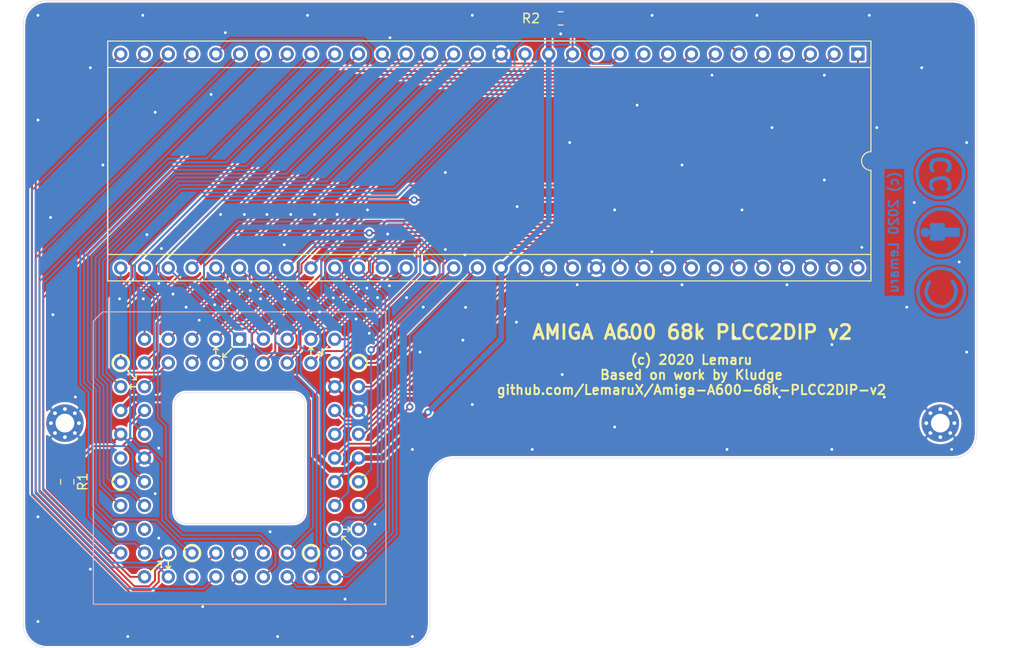
<source format=kicad_pcb>
(kicad_pcb (version 20171130) (host pcbnew "(5.1.6)-1")
  (title_block (title "Amiga A600 68k PLCC2DIP v2") (date 29/07/20) (rev 1) (comment 1 "Based on work by Kludge") (comment 2 "Design by Lemaru"))
  (layers (0 F.Cu signal) (31 B.Cu signal) (34 B.Paste user) (35 F.Paste user) (36 B.SilkS user) (37 F.SilkS user) (38 B.Mask user) (39 F.Mask user) (44 Edge.Cuts user))
  (net 0 "")
  (net 1 "Net-(R1-Pad1)")
  (net 2 "Net-(R2-Pad2)")
  (net 3 VCC)
  (net 4 /d13)
  (net 5 /d15)
  (net 6 /a22)
  (net 7 /a19)
  (net 8 /a17)
  (net 9 /a15)
  (net 10 /d12)
  (net 11 /d14)
  (net 12 /a23)
  (net 13 /a21)
  (net 14 /a20)
  (net 15 /a18)
  (net 16 /a16)
  (net 17 /a14)
  (net 18 /a12)
  (net 19 /a10)
  (net 20 /a8)
  (net 21 /a6)
  (net 22 /a4)
  (net 23 /a2)
  (net 24 "Net-(U1-Pad31)")
  (net 25 /fc1)
  (net 26 /~ipl0)
  (net 27 /a13)
  (net 28 /a11)
  (net 29 /a9)
  (net 30 /a7)
  (net 31 /a5)
  (net 32 /a3)
  (net 33 /a1)
  (net 34 /fc0)
  (net 35 /fc2)
  (net 36 /~ipl1)
  (net 37 /~berr)
  (net 38 /e)
  (net 39 /~reset)
  (net 40 "Net-(U1-Pad18)")
  (net 41 /~bgack)
  (net 42 /~dtack)
  (net 43 /~ipl2)
  (net 44 "Net-(U1-Pad23)")
  (net 45 /~vma)
  (net 46 /~halt)
  (net 47 /clk)
  (net 48 /~bg)
  (net 49 /d10)
  (net 50 /d8)
  (net 51 /d6)
  (net 52 /r~w)
  (net 53 /~uds)
  (net 54 /d0)
  (net 55 /d2)
  (net 56 /d4)
  (net 57 /d11)
  (net 58 /d9)
  (net 59 /d7)
  (net 60 /d5)
  (net 61 /~lds)
  (net 62 /~as)
  (net 63 /d1)
  (net 64 /d3)
  (net 65 GND)
  (module "A600 68k PLCC to DIP64 v2:PLCC-68_THT-SocketUpsideDown" (layer F.Cu) (at 129.54 111.76)
    (fp_text reference U1 hide)
    (fp_text value MC68000_PLCC68)
    (pad 2 thru_hole circle (at -2.54 2.54) (size 1.4224 1.4224) (drill 0.8) (layers *.Cu *.Mask) (net 64 /d3))
    (pad 4 thru_hole circle (at -5.08 2.54) (size 1.4224 1.4224) (drill 0.8) (layers *.Cu *.Mask) (net 63 /d1))
    (pad 6 thru_hole circle (at -7.62 2.54) (size 1.4224 1.4224) (drill 0.8) (layers *.Cu *.Mask) (net 62 /~as))
    (pad 8 thru_hole circle (at -10.16 2.54) (size 1.4224 1.4224) (drill 0.8) (layers *.Cu *.Mask) (net 61 /~lds))
    (pad 68 thru_hole circle (at 0 2.54) (size 1.4224 1.4224) (drill 0.8) (layers *.Cu *.Mask) (net 60 /d5))
    (pad 66 thru_hole circle (at 2.54 2.54) (size 1.4224 1.4224) (drill 0.8) (layers *.Cu *.Mask) (net 59 /d7))
    (pad 64 thru_hole circle (at 5.08 2.54) (size 1.4224 1.4224) (drill 0.8) (layers *.Cu *.Mask) (net 58 /d9))
    (pad 62 thru_hole circle (at 7.62 2.54) (size 1.4224 1.4224) (drill 0.8) (layers *.Cu *.Mask) (net 57 /d11))
    (pad 1 thru_hole rect (at 0 0) (size 1.4224 1.4224) (drill 0.8) (layers *.Cu *.Mask) (net 56 /d4))
    (pad 3 thru_hole circle (at -2.54 0) (size 1.4224 1.4224) (drill 0.8) (layers *.Cu *.Mask) (net 55 /d2))
    (pad 5 thru_hole circle (at -5.08 0) (size 1.4224 1.4224) (drill 0.8) (layers *.Cu *.Mask) (net 54 /d0))
    (pad 7 thru_hole circle (at -7.62 0) (size 1.4224 1.4224) (drill 0.8) (layers *.Cu *.Mask) (net 53 /~uds))
    (pad 9 thru_hole circle (at -10.16 0) (size 1.4224 1.4224) (drill 0.8) (layers *.Cu *.Mask) (net 52 /r~w))
    (pad 67 thru_hole circle (at 2.54 0) (size 1.4224 1.4224) (drill 0.8) (layers *.Cu *.Mask) (net 51 /d6))
    (pad 65 thru_hole circle (at 5.08 0) (size 1.4224 1.4224) (drill 0.8) (layers *.Cu *.Mask) (net 50 /d8))
    (pad 63 thru_hole circle (at 7.62 0) (size 1.4224 1.4224) (drill 0.8) (layers *.Cu *.Mask) (net 49 /d10))
    (pad 11 thru_hole circle (at -10.16 5.08) (size 1.4224 1.4224) (drill 0.8) (layers *.Cu *.Mask) (net 48 /~bg))
    (pad 13 thru_hole circle (at -10.16 7.62) (size 1.4224 1.4224) (drill 0.8) (layers *.Cu *.Mask) (net 1 "Net-(R1-Pad1)"))
    (pad 15 thru_hole circle (at -10.16 10.16) (size 1.4224 1.4224) (drill 0.8) (layers *.Cu *.Mask) (net 47 /clk))
    (pad 17 thru_hole circle (at -10.16 12.7) (size 1.4224 1.4224) (drill 0.8) (layers *.Cu *.Mask) (net 65 GND))
    (pad 19 thru_hole circle (at -10.16 15.24) (size 1.4224 1.4224) (drill 0.8) (layers *.Cu *.Mask) (net 46 /~halt))
    (pad 21 thru_hole circle (at -10.16 17.78) (size 1.4224 1.4224) (drill 0.8) (layers *.Cu *.Mask) (net 45 /~vma))
    (pad 23 thru_hole circle (at -10.16 20.32) (size 1.4224 1.4224) (drill 0.8) (layers *.Cu *.Mask) (net 44 "Net-(U1-Pad23)"))
    (pad 25 thru_hole circle (at -10.16 22.86) (size 1.4224 1.4224) (drill 0.8) (layers *.Cu *.Mask) (net 43 /~ipl2))
    (pad 10 thru_hole circle (at -12.7 2.54) (size 1.4224 1.4224) (drill 0.8) (layers *.Cu *.Mask) (net 42 /~dtack))
    (pad 12 thru_hole circle (at -12.7 5.08) (size 1.4224 1.4224) (drill 0.8) (layers *.Cu *.Mask) (net 41 /~bgack))
    (pad 14 thru_hole circle (at -12.7 7.62) (size 1.4224 1.4224) (drill 0.8) (layers *.Cu *.Mask) (net 3 VCC))
    (pad 16 thru_hole circle (at -12.7 10.16) (size 1.4224 1.4224) (drill 0.8) (layers *.Cu *.Mask) (net 65 GND))
    (pad 18 thru_hole circle (at -12.7 12.7) (size 1.4224 1.4224) (drill 0.8) (layers *.Cu *.Mask) (net 40 "Net-(U1-Pad18)"))
    (pad 20 thru_hole circle (at -12.7 15.24) (size 1.4224 1.4224) (drill 0.8) (layers *.Cu *.Mask) (net 39 /~reset))
    (pad 22 thru_hole circle (at -12.7 17.78) (size 1.4224 1.4224) (drill 0.8) (layers *.Cu *.Mask) (net 38 /e))
    (pad 24 thru_hole circle (at -12.7 20.32) (size 1.4224 1.4224) (drill 0.8) (layers *.Cu *.Mask) (net 37 /~berr))
    (pad 26 thru_hole circle (at -12.7 22.86) (size 1.4224 1.4224) (drill 0.8) (layers *.Cu *.Mask) (net 36 /~ipl1))
    (pad 28 thru_hole circle (at -7.62 22.86) (size 1.4224 1.4224) (drill 0.8) (layers *.Cu *.Mask) (net 35 /fc2))
    (pad 30 thru_hole circle (at -5.08 22.86) (size 1.4224 1.4224) (drill 0.8) (layers *.Cu *.Mask) (net 34 /fc0))
    (pad 32 thru_hole circle (at -2.54 22.86) (size 1.4224 1.4224) (drill 0.8) (layers *.Cu *.Mask) (net 33 /a1))
    (pad 34 thru_hole circle (at 0 22.86) (size 1.4224 1.4224) (drill 0.8) (layers *.Cu *.Mask) (net 32 /a3))
    (pad 36 thru_hole circle (at 2.54 22.86) (size 1.4224 1.4224) (drill 0.8) (layers *.Cu *.Mask) (net 31 /a5))
    (pad 38 thru_hole circle (at 5.08 22.86) (size 1.4224 1.4224) (drill 0.8) (layers *.Cu *.Mask) (net 30 /a7))
    (pad 40 thru_hole circle (at 7.62 22.86) (size 1.4224 1.4224) (drill 0.8) (layers *.Cu *.Mask) (net 29 /a9))
    (pad 42 thru_hole circle (at 10.16 22.86) (size 1.4224 1.4224) (drill 0.8) (layers *.Cu *.Mask) (net 28 /a11))
    (pad 44 thru_hole circle (at 12.7 22.86) (size 1.4224 1.4224) (drill 0.8) (layers *.Cu *.Mask) (net 27 /a13))
    (pad 27 thru_hole circle (at -10.16 25.4) (size 1.4224 1.4224) (drill 0.8) (layers *.Cu *.Mask) (net 26 /~ipl0))
    (pad 29 thru_hole circle (at -7.62 25.4) (size 1.4224 1.4224) (drill 0.8) (layers *.Cu *.Mask) (net 25 /fc1))
    (pad 31 thru_hole circle (at -5.08 25.4) (size 1.4224 1.4224) (drill 0.8) (layers *.Cu *.Mask) (net 24 "Net-(U1-Pad31)"))
    (pad 33 thru_hole circle (at -2.54 25.4) (size 1.4224 1.4224) (drill 0.8) (layers *.Cu *.Mask) (net 23 /a2))
    (pad 35 thru_hole circle (at 0 25.4) (size 1.4224 1.4224) (drill 0.8) (layers *.Cu *.Mask) (net 22 /a4))
    (pad 37 thru_hole circle (at 2.54 25.4) (size 1.4224 1.4224) (drill 0.8) (layers *.Cu *.Mask) (net 21 /a6))
    (pad 39 thru_hole circle (at 5.08 25.4) (size 1.4224 1.4224) (drill 0.8) (layers *.Cu *.Mask) (net 20 /a8))
    (pad 41 thru_hole circle (at 7.62 25.4) (size 1.4224 1.4224) (drill 0.8) (layers *.Cu *.Mask) (net 19 /a10))
    (pad 43 thru_hole circle (at 10.16 25.4) (size 1.4224 1.4224) (drill 0.8) (layers *.Cu *.Mask) (net 18 /a12))
    (pad 45 thru_hole circle (at 10.16 20.32) (size 1.4224 1.4224) (drill 0.8) (layers *.Cu *.Mask) (net 17 /a14))
    (pad 47 thru_hole circle (at 10.16 17.78) (size 1.4224 1.4224) (drill 0.8) (layers *.Cu *.Mask) (net 16 /a16))
    (pad 49 thru_hole circle (at 10.16 15.24) (size 1.4224 1.4224) (drill 0.8) (layers *.Cu *.Mask) (net 15 /a18))
    (pad 51 thru_hole circle (at 10.16 12.7) (size 1.4224 1.4224) (drill 0.8) (layers *.Cu *.Mask) (net 14 /a20))
    (pad 53 thru_hole circle (at 10.16 10.16) (size 1.4224 1.4224) (drill 0.8) (layers *.Cu *.Mask) (net 13 /a21))
    (pad 55 thru_hole circle (at 10.16 7.62) (size 1.4224 1.4224) (drill 0.8) (layers *.Cu *.Mask) (net 12 /a23))
    (pad 57 thru_hole circle (at 10.16 5.08) (size 1.4224 1.4224) (drill 0.8) (layers *.Cu *.Mask) (net 65 GND))
    (pad 59 thru_hole circle (at 10.16 2.54) (size 1.4224 1.4224) (drill 0.8) (layers *.Cu *.Mask) (net 11 /d14))
    (pad 61 thru_hole circle (at 10.16 0) (size 1.4224 1.4224) (drill 0.8) (layers *.Cu *.Mask) (net 10 /d12))
    (pad 46 thru_hole circle (at 12.7 20.32) (size 1.4224 1.4224) (drill 0.8) (layers *.Cu *.Mask) (net 9 /a15))
    (pad 48 thru_hole circle (at 12.7 17.78) (size 1.4224 1.4224) (drill 0.8) (layers *.Cu *.Mask) (net 8 /a17))
    (pad 50 thru_hole circle (at 12.7 15.24) (size 1.4224 1.4224) (drill 0.8) (layers *.Cu *.Mask) (net 7 /a19))
    (pad 52 thru_hole circle (at 12.7 12.7) (size 1.4224 1.4224) (drill 0.8) (layers *.Cu *.Mask) (net 3 VCC))
    (pad 54 thru_hole circle (at 12.7 10.16) (size 1.4224 1.4224) (drill 0.8) (layers *.Cu *.Mask) (net 6 /a22))
    (pad 56 thru_hole circle (at 12.7 7.62) (size 1.4224 1.4224) (drill 0.8) (layers *.Cu *.Mask) (net 65 GND))
    (pad 58 thru_hole circle (at 12.7 5.08) (size 1.4224 1.4224) (drill 0.8) (layers *.Cu *.Mask) (net 5 /d15))
    (pad 60 thru_hole circle (at 12.7 2.54) (size 1.4224 1.4224) (drill 0.8) (layers *.Cu *.Mask) (net 4 /d13))
  )
  (module Symbol:Symbol_CC-ShareAlike_CopperTop_Small (layer B.Cu) (at 204.47 106.68 270)
    (fp_text reference REF** hide)
    (fp_text value Symbol_CC-ShareAlike_CopperTop_Small)
    (fp_line (start 0.59944 2.4003) (end 0 2.49936) (layer B.Cu) (width 0.381))
    (fp_line (start 1.00076 2.30124) (end 0.59944 2.4003) (layer B.Cu) (width 0.381))
    (fp_line (start 1.50114 1.99898) (end 1.00076 2.30124) (layer B.Cu) (width 0.381))
    (fp_line (start 1.99898 1.50114) (end 1.50114 1.99898) (layer B.Cu) (width 0.381))
    (fp_line (start 2.30124 1.00076) (end 1.99898 1.50114) (layer B.Cu) (width 0.381))
    (fp_line (start 2.49936 0.39878) (end 2.30124 1.00076) (layer B.Cu) (width 0.381))
    (fp_line (start 2.49936 -0.20066) (end 2.49936 0.39878) (layer B.Cu) (width 0.381))
    (fp_line (start 2.4003 -0.8001) (end 2.49936 -0.20066) (layer B.Cu) (width 0.381))
    (fp_line (start 1.99898 -1.50114) (end 2.4003 -0.8001) (layer B.Cu) (width 0.381))
    (fp_line (start 1.50114 -1.99898) (end 1.99898 -1.50114) (layer B.Cu) (width 0.381))
    (fp_line (start 0.89916 -2.30124) (end 1.50114 -1.99898) (layer B.Cu) (width 0.381))
    (fp_line (start 0.29972 -2.49936) (end 0.89916 -2.30124) (layer B.Cu) (width 0.381))
    (fp_line (start -0.50038 -2.49936) (end 0.29972 -2.49936) (layer B.Cu) (width 0.381))
    (fp_line (start -1.19888 -2.19964) (end -0.50038 -2.49936) (layer B.Cu) (width 0.381))
    (fp_line (start -1.69926 -1.80086) (end -1.19888 -2.19964) (layer B.Cu) (width 0.381))
    (fp_line (start -2.30124 -1.09982) (end -1.69926 -1.80086) (layer B.Cu) (width 0.381))
    (fp_line (start -2.49936 -0.29972) (end -2.30124 -1.09982) (layer B.Cu) (width 0.381))
    (fp_line (start -2.49936 0.29972) (end -2.49936 -0.29972) (layer B.Cu) (width 0.381))
    (fp_line (start -2.4003 0.8001) (end -2.49936 0.29972) (layer B.Cu) (width 0.381))
    (fp_line (start -2.19964 1.19888) (end -2.4003 0.8001) (layer B.Cu) (width 0.381))
    (fp_line (start -1.69926 1.80086) (end -2.19964 1.19888) (layer B.Cu) (width 0.381))
    (fp_line (start -1.19888 2.19964) (end -1.69926 1.80086) (layer B.Cu) (width 0.381))
    (fp_line (start -0.70104 2.4003) (end -1.19888 2.19964) (layer B.Cu) (width 0.381))
    (fp_line (start -0.09906 2.49936) (end -0.70104 2.4003) (layer B.Cu) (width 0.381))
    (fp_line (start 0 2.49936) (end -0.09906 2.49936) (layer B.Cu) (width 0.381))
    (fp_line (start -0.50038 1.50114) (end -1.00076 1.30048) (layer B.Cu) (width 0.381))
    (fp_line (start -0.09906 1.6002) (end -0.50038 1.50114) (layer B.Cu) (width 0.381))
    (fp_line (start 0.29972 1.6002) (end -0.09906 1.6002) (layer B.Cu) (width 0.381))
    (fp_line (start 0.89916 1.30048) (end 0.29972 1.6002) (layer B.Cu) (width 0.381))
    (fp_line (start 1.19888 1.00076) (end 0.89916 1.30048) (layer B.Cu) (width 0.381))
    (fp_line (start 1.50114 0.50038) (end 1.19888 1.00076) (layer B.Cu) (width 0.381))
    (fp_line (start 1.6002 0) (end 1.50114 0.50038) (layer B.Cu) (width 0.381))
    (fp_line (start 1.6002 -0.39878) (end 1.6002 0) (layer B.Cu) (width 0.381))
    (fp_line (start 1.30048 -0.89916) (end 1.6002 -0.39878) (layer B.Cu) (width 0.381))
    (fp_line (start 0.89916 -1.30048) (end 1.30048 -0.89916) (layer B.Cu) (width 0.381))
    (fp_line (start 0.39878 -1.50114) (end 0.89916 -1.30048) (layer B.Cu) (width 0.381))
    (fp_line (start -0.09906 -1.6002) (end 0.39878 -1.50114) (layer B.Cu) (width 0.381))
    (fp_line (start -0.59944 -1.50114) (end -0.09906 -1.6002) (layer B.Cu) (width 0.381))
    (fp_line (start -1.09982 -1.19888) (end -0.59944 -1.50114) (layer B.Cu) (width 0.381))
  )
  (module Symbol:Symbol_CC-Attribution_CopperTop_Small (layer B.Cu) (at 204.47 100.33 270)
    (fp_text reference REF** hide)
    (fp_text value Symbol_CC-Attribution_CopperTop_Small)
    (fp_line (start 0.59944 2.4003) (end 0 2.49936) (layer B.Cu) (width 0.381))
    (fp_line (start 1.00076 2.30124) (end 0.59944 2.4003) (layer B.Cu) (width 0.381))
    (fp_line (start 1.50114 1.99898) (end 1.00076 2.30124) (layer B.Cu) (width 0.381))
    (fp_line (start 1.99898 1.50114) (end 1.50114 1.99898) (layer B.Cu) (width 0.381))
    (fp_line (start 2.30124 1.00076) (end 1.99898 1.50114) (layer B.Cu) (width 0.381))
    (fp_line (start 2.49936 0.39878) (end 2.30124 1.00076) (layer B.Cu) (width 0.381))
    (fp_line (start 2.49936 -0.20066) (end 2.49936 0.39878) (layer B.Cu) (width 0.381))
    (fp_line (start 2.4003 -0.8001) (end 2.49936 -0.20066) (layer B.Cu) (width 0.381))
    (fp_line (start 1.99898 -1.50114) (end 2.4003 -0.8001) (layer B.Cu) (width 0.381))
    (fp_line (start 1.50114 -1.99898) (end 1.99898 -1.50114) (layer B.Cu) (width 0.381))
    (fp_line (start 0.89916 -2.30124) (end 1.50114 -1.99898) (layer B.Cu) (width 0.381))
    (fp_line (start 0.29972 -2.49936) (end 0.89916 -2.30124) (layer B.Cu) (width 0.381))
    (fp_line (start -0.50038 -2.49936) (end 0.29972 -2.49936) (layer B.Cu) (width 0.381))
    (fp_line (start -1.19888 -2.19964) (end -0.50038 -2.49936) (layer B.Cu) (width 0.381))
    (fp_line (start -1.69926 -1.80086) (end -1.19888 -2.19964) (layer B.Cu) (width 0.381))
    (fp_line (start -2.30124 -1.09982) (end -1.69926 -1.80086) (layer B.Cu) (width 0.381))
    (fp_line (start -2.49936 -0.29972) (end -2.30124 -1.09982) (layer B.Cu) (width 0.381))
    (fp_line (start -2.49936 0.29972) (end -2.49936 -0.29972) (layer B.Cu) (width 0.381))
    (fp_line (start -2.4003 0.8001) (end -2.49936 0.29972) (layer B.Cu) (width 0.381))
    (fp_line (start -2.19964 1.19888) (end -2.4003 0.8001) (layer B.Cu) (width 0.381))
    (fp_line (start -1.69926 1.80086) (end -2.19964 1.19888) (layer B.Cu) (width 0.381))
    (fp_line (start -1.19888 2.19964) (end -1.69926 1.80086) (layer B.Cu) (width 0.381))
    (fp_line (start -0.70104 2.4003) (end -1.19888 2.19964) (layer B.Cu) (width 0.381))
    (fp_line (start -0.09906 2.49936) (end -0.70104 2.4003) (layer B.Cu) (width 0.381))
    (fp_line (start 0 2.49936) (end -0.09906 2.49936) (layer B.Cu) (width 0.381))
    (fp_circle (center 0 1.69926) (end 0.09906 1.39954) (layer B.Cu) (width 0.381))
    (fp_line (start -0.8001 -0.20066) (end -0.8001 1.00076) (layer B.Cu) (width 0.381))
    (fp_line (start 0.70104 -0.20066) (end -0.8001 -0.20066) (layer B.Cu) (width 0.381))
    (fp_line (start 0.70104 1.00076) (end 0.70104 -0.20066) (layer B.Cu) (width 0.381))
    (fp_line (start -0.8001 1.00076) (end 0.70104 1.00076) (layer B.Cu) (width 0.381))
    (fp_line (start -0.29972 -1.80086) (end 0.20066 -1.80086) (layer B.Cu) (width 0.381))
    (fp_line (start -0.29972 -0.29972) (end -0.29972 -1.80086) (layer B.Cu) (width 0.381))
    (fp_line (start 0.29972 -1.80086) (end 0.29972 -0.20066) (layer B.Cu) (width 0.381))
    (fp_line (start 0.09906 -1.80086) (end 0.29972 -1.80086) (layer B.Cu) (width 0.381))
    (fp_line (start 0 -0.29972) (end 0 -1.6002) (layer B.Cu) (width 0.381))
    (fp_line (start -0.8001 0.09906) (end 0.50038 0.09906) (layer B.Cu) (width 0.381))
    (fp_line (start 0.50038 0.39878) (end -0.70104 0.39878) (layer B.Cu) (width 0.381))
    (fp_line (start -0.70104 0.70104) (end 0.59944 0.70104) (layer B.Cu) (width 0.381))
    (fp_line (start 0 1.89992) (end 0 1.50114) (layer B.Cu) (width 0.381))
  )
  (module Symbol:Symbol_CreativeCommons_CopperTop_Type2_Small (layer B.Cu) (at 204.47 93.98 270)
    (fp_text reference REF** hide)
    (fp_text value Symbol_CreativeCommons_CopperTop_Type2_Small)
    (fp_line (start 0.74944 2.5003) (end 0.15 2.59936) (layer B.Cu) (width 0.381))
    (fp_line (start 1.15076 2.40124) (end 0.74944 2.5003) (layer B.Cu) (width 0.381))
    (fp_line (start 1.65114 2.09898) (end 1.15076 2.40124) (layer B.Cu) (width 0.381))
    (fp_line (start 2.14898 1.60114) (end 1.65114 2.09898) (layer B.Cu) (width 0.381))
    (fp_line (start 2.45124 1.10076) (end 2.14898 1.60114) (layer B.Cu) (width 0.381))
    (fp_line (start 2.64936 0.49878) (end 2.45124 1.10076) (layer B.Cu) (width 0.381))
    (fp_line (start 2.64936 -0.10066) (end 2.64936 0.49878) (layer B.Cu) (width 0.381))
    (fp_line (start 2.5503 -0.7001) (end 2.64936 -0.10066) (layer B.Cu) (width 0.381))
    (fp_line (start 2.14898 -1.40114) (end 2.5503 -0.7001) (layer B.Cu) (width 0.381))
    (fp_line (start 1.65114 -1.89898) (end 2.14898 -1.40114) (layer B.Cu) (width 0.381))
    (fp_line (start 1.04916 -2.20124) (end 1.65114 -1.89898) (layer B.Cu) (width 0.381))
    (fp_line (start 0.44972 -2.39936) (end 1.04916 -2.20124) (layer B.Cu) (width 0.381))
    (fp_line (start -0.35038 -2.39936) (end 0.44972 -2.39936) (layer B.Cu) (width 0.381))
    (fp_line (start -1.04888 -2.09964) (end -0.35038 -2.39936) (layer B.Cu) (width 0.381))
    (fp_line (start -1.54926 -1.70086) (end -1.04888 -2.09964) (layer B.Cu) (width 0.381))
    (fp_line (start -2.15124 -0.99982) (end -1.54926 -1.70086) (layer B.Cu) (width 0.381))
    (fp_line (start -2.34936 -0.19972) (end -2.15124 -0.99982) (layer B.Cu) (width 0.381))
    (fp_line (start -2.34936 0.39972) (end -2.34936 -0.19972) (layer B.Cu) (width 0.381))
    (fp_line (start -2.2503 0.9001) (end -2.34936 0.39972) (layer B.Cu) (width 0.381))
    (fp_line (start -2.04964 1.29888) (end -2.2503 0.9001) (layer B.Cu) (width 0.381))
    (fp_line (start -1.54926 1.90086) (end -2.04964 1.29888) (layer B.Cu) (width 0.381))
    (fp_line (start -1.04888 2.29964) (end -1.54926 1.90086) (layer B.Cu) (width 0.381))
    (fp_line (start -0.55104 2.5003) (end -1.04888 2.29964) (layer B.Cu) (width 0.381))
    (fp_line (start 0.05094 2.59936) (end -0.55104 2.5003) (layer B.Cu) (width 0.381))
    (fp_line (start 0.15 2.59936) (end 0.05094 2.59936) (layer B.Cu) (width 0.381))
    (fp_line (start -0.44944 -0.90076) (end -0.24878 -0.7001) (layer B.Cu) (width 0.381))
    (fp_line (start -0.85076 -0.90076) (end -0.44944 -0.90076) (layer B.Cu) (width 0.381))
    (fp_line (start -1.15048 -0.79916) (end -0.85076 -0.90076) (layer B.Cu) (width 0.381))
    (fp_line (start -1.35114 -0.49944) (end -1.15048 -0.79916) (layer B.Cu) (width 0.381))
    (fp_line (start -1.4502 0.00094) (end -1.35114 -0.49944) (layer B.Cu) (width 0.381))
    (fp_line (start -1.4502 0.39972) (end -1.4502 0.00094) (layer B.Cu) (width 0.381))
    (fp_line (start -1.35114 0.80104) (end -1.4502 0.39972) (layer B.Cu) (width 0.381))
    (fp_line (start -1.04888 0.99916) (end -1.35114 0.80104) (layer B.Cu) (width 0.381))
    (fp_line (start -0.6501 1.10076) (end -1.04888 0.99916) (layer B.Cu) (width 0.381))
    (fp_line (start -0.35038 0.99916) (end -0.6501 1.10076) (layer B.Cu) (width 0.381))
    (fp_line (start -0.24878 0.9001) (end -0.35038 0.99916) (layer B.Cu) (width 0.381))
    (fp_line (start 1.65114 -0.90076) (end 1.7502 -0.7001) (layer B.Cu) (width 0.381))
    (fp_line (start 1.34888 -0.90076) (end 1.65114 -0.90076) (layer B.Cu) (width 0.381))
    (fp_line (start 1.15076 -0.90076) (end 1.34888 -0.90076) (layer B.Cu) (width 0.381))
    (fp_line (start 0.74944 -0.7001) (end 1.15076 -0.90076) (layer B.Cu) (width 0.381))
    (fp_line (start 0.54878 -0.29878) (end 0.74944 -0.7001) (layer B.Cu) (width 0.381))
    (fp_line (start 0.54878 0.1) (end 0.54878 -0.29878) (layer B.Cu) (width 0.381))
    (fp_line (start 0.65038 0.60038) (end 0.54878 0.1) (layer B.Cu) (width 0.381))
    (fp_line (start 0.85104 0.99916) (end 0.65038 0.60038) (layer B.Cu) (width 0.381))
    (fp_line (start 1.15076 1.10076) (end 0.85104 0.99916) (layer B.Cu) (width 0.381))
    (fp_line (start 1.45048 1.10076) (end 1.15076 1.10076) (layer B.Cu) (width 0.381))
    (fp_line (start 1.65114 0.99916) (end 1.45048 1.10076) (layer B.Cu) (width 0.381))
    (fp_line (start 1.7502 0.9001) (end 1.65114 0.99916) (layer B.Cu) (width 0.381))
  )
  (module "A600 68k PLCC to DIP64 v2:DIP-64_W22.86mm_Socket_ThinRoundPads_IC" (layer F.Cu) (at 195.58 81.28 270)
    (fp_text reference U2)
    (fp_text value 68000_SOCKET)
    (pad 64 thru_hole circle (at 22.86 0 270) (size 1.4224 1.4224) (drill 0.8) (layers *.Cu *.Mask) (net 60 /d5))
    (pad 32 thru_hole circle (at 0 78.74 270) (size 1.4224 1.4224) (drill 0.8) (layers *.Cu *.Mask) (net 22 /a4))
    (pad 63 thru_hole circle (at 22.86 2.54 270) (size 1.4224 1.4224) (drill 0.8) (layers *.Cu *.Mask) (net 51 /d6))
    (pad 31 thru_hole circle (at 0 76.2 270) (size 1.4224 1.4224) (drill 0.8) (layers *.Cu *.Mask) (net 32 /a3))
    (pad 62 thru_hole circle (at 22.86 5.08 270) (size 1.4224 1.4224) (drill 0.8) (layers *.Cu *.Mask) (net 59 /d7))
    (pad 30 thru_hole circle (at 0 73.66 270) (size 1.4224 1.4224) (drill 0.8) (layers *.Cu *.Mask) (net 23 /a2))
    (pad 61 thru_hole circle (at 22.86 7.62 270) (size 1.4224 1.4224) (drill 0.8) (layers *.Cu *.Mask) (net 50 /d8))
    (pad 29 thru_hole circle (at 0 71.12 270) (size 1.4224 1.4224) (drill 0.8) (layers *.Cu *.Mask) (net 33 /a1))
    (pad 60 thru_hole circle (at 22.86 10.16 270) (size 1.4224 1.4224) (drill 0.8) (layers *.Cu *.Mask) (net 58 /d9))
    (pad 28 thru_hole circle (at 0 68.58 270) (size 1.4224 1.4224) (drill 0.8) (layers *.Cu *.Mask) (net 34 /fc0))
    (pad 59 thru_hole circle (at 22.86 12.7 270) (size 1.4224 1.4224) (drill 0.8) (layers *.Cu *.Mask) (net 49 /d10))
    (pad 27 thru_hole circle (at 0 66.04 270) (size 1.4224 1.4224) (drill 0.8) (layers *.Cu *.Mask) (net 25 /fc1))
    (pad 58 thru_hole circle (at 22.86 15.24 270) (size 1.4224 1.4224) (drill 0.8) (layers *.Cu *.Mask) (net 57 /d11))
    (pad 26 thru_hole circle (at 0 63.5 270) (size 1.4224 1.4224) (drill 0.8) (layers *.Cu *.Mask) (net 35 /fc2))
    (pad 57 thru_hole circle (at 22.86 17.78 270) (size 1.4224 1.4224) (drill 0.8) (layers *.Cu *.Mask) (net 10 /d12))
    (pad 25 thru_hole circle (at 0 60.96 270) (size 1.4224 1.4224) (drill 0.8) (layers *.Cu *.Mask) (net 26 /~ipl0))
    (pad 56 thru_hole circle (at 22.86 20.32 270) (size 1.4224 1.4224) (drill 0.8) (layers *.Cu *.Mask) (net 4 /d13))
    (pad 24 thru_hole circle (at 0 58.42 270) (size 1.4224 1.4224) (drill 0.8) (layers *.Cu *.Mask) (net 36 /~ipl1))
    (pad 55 thru_hole circle (at 22.86 22.86 270) (size 1.4224 1.4224) (drill 0.8) (layers *.Cu *.Mask) (net 11 /d14))
    (pad 23 thru_hole circle (at 0 55.88 270) (size 1.4224 1.4224) (drill 0.8) (layers *.Cu *.Mask) (net 43 /~ipl2))
    (pad 54 thru_hole circle (at 22.86 25.4 270) (size 1.4224 1.4224) (drill 0.8) (layers *.Cu *.Mask) (net 5 /d15))
    (pad 22 thru_hole circle (at 0 53.34 270) (size 1.4224 1.4224) (drill 0.8) (layers *.Cu *.Mask) (net 37 /~berr))
    (pad 53 thru_hole circle (at 22.86 27.94 270) (size 1.4224 1.4224) (drill 0.8) (layers *.Cu *.Mask) (net 65 GND))
    (pad 21 thru_hole circle (at 0 50.8 270) (size 1.4224 1.4224) (drill 0.8) (layers *.Cu *.Mask) (net 2 "Net-(R2-Pad2)"))
    (pad 52 thru_hole circle (at 22.86 30.48 270) (size 1.4224 1.4224) (drill 0.8) (layers *.Cu *.Mask) (net 12 /a23))
    (pad 20 thru_hole circle (at 0 48.26 270) (size 1.4224 1.4224) (drill 0.8) (layers *.Cu *.Mask) (net 38 /e))
    (pad 51 thru_hole circle (at 22.86 33.02 270) (size 1.4224 1.4224) (drill 0.8) (layers *.Cu *.Mask) (net 6 /a22))
    (pad 19 thru_hole circle (at 0 45.72 270) (size 1.4224 1.4224) (drill 0.8) (layers *.Cu *.Mask) (net 45 /~vma))
    (pad 50 thru_hole circle (at 22.86 35.56 270) (size 1.4224 1.4224) (drill 0.8) (layers *.Cu *.Mask) (net 13 /a21))
    (pad 18 thru_hole circle (at 0 43.18 270) (size 1.4224 1.4224) (drill 0.8) (layers *.Cu *.Mask) (net 39 /~reset))
    (pad 49 thru_hole circle (at 22.86 38.1 270) (size 1.4224 1.4224) (drill 0.8) (layers *.Cu *.Mask) (net 3 VCC))
    (pad 17 thru_hole circle (at 0 40.64 270) (size 1.4224 1.4224) (drill 0.8) (layers *.Cu *.Mask) (net 46 /~halt))
    (pad 48 thru_hole circle (at 22.86 40.64 270) (size 1.4224 1.4224) (drill 0.8) (layers *.Cu *.Mask) (net 14 /a20))
    (pad 16 thru_hole circle (at 0 38.1 270) (size 1.4224 1.4224) (drill 0.8) (layers *.Cu *.Mask) (net 65 GND))
    (pad 47 thru_hole circle (at 22.86 43.18 270) (size 1.4224 1.4224) (drill 0.8) (layers *.Cu *.Mask) (net 7 /a19))
    (pad 15 thru_hole circle (at 0 35.56 270) (size 1.4224 1.4224) (drill 0.8) (layers *.Cu *.Mask) (net 47 /clk))
    (pad 46 thru_hole circle (at 22.86 45.72 270) (size 1.4224 1.4224) (drill 0.8) (layers *.Cu *.Mask) (net 15 /a18))
    (pad 14 thru_hole circle (at 0 33.02 270) (size 1.4224 1.4224) (drill 0.8) (layers *.Cu *.Mask) (net 3 VCC))
    (pad 45 thru_hole circle (at 22.86 48.26 270) (size 1.4224 1.4224) (drill 0.8) (layers *.Cu *.Mask) (net 8 /a17))
    (pad 13 thru_hole circle (at 0 30.48 270) (size 1.4224 1.4224) (drill 0.8) (layers *.Cu *.Mask) (net 2 "Net-(R2-Pad2)"))
    (pad 44 thru_hole circle (at 22.86 50.8 270) (size 1.4224 1.4224) (drill 0.8) (layers *.Cu *.Mask) (net 16 /a16))
    (pad 12 thru_hole circle (at 0 27.94 270) (size 1.4224 1.4224) (drill 0.8) (layers *.Cu *.Mask) (net 41 /~bgack))
    (pad 43 thru_hole circle (at 22.86 53.34 270) (size 1.4224 1.4224) (drill 0.8) (layers *.Cu *.Mask) (net 9 /a15))
    (pad 11 thru_hole circle (at 0 25.4 270) (size 1.4224 1.4224) (drill 0.8) (layers *.Cu *.Mask) (net 48 /~bg))
    (pad 42 thru_hole circle (at 22.86 55.88 270) (size 1.4224 1.4224) (drill 0.8) (layers *.Cu *.Mask) (net 17 /a14))
    (pad 10 thru_hole circle (at 0 22.86 270) (size 1.4224 1.4224) (drill 0.8) (layers *.Cu *.Mask) (net 42 /~dtack))
    (pad 41 thru_hole circle (at 22.86 58.42 270) (size 1.4224 1.4224) (drill 0.8) (layers *.Cu *.Mask) (net 27 /a13))
    (pad 9 thru_hole circle (at 0 20.32 270) (size 1.4224 1.4224) (drill 0.8) (layers *.Cu *.Mask) (net 52 /r~w))
    (pad 40 thru_hole circle (at 22.86 60.96 270) (size 1.4224 1.4224) (drill 0.8) (layers *.Cu *.Mask) (net 18 /a12))
    (pad 8 thru_hole circle (at 0 17.78 270) (size 1.4224 1.4224) (drill 0.8) (layers *.Cu *.Mask) (net 61 /~lds))
    (pad 39 thru_hole circle (at 22.86 63.5 270) (size 1.4224 1.4224) (drill 0.8) (layers *.Cu *.Mask) (net 28 /a11))
    (pad 7 thru_hole circle (at 0 15.24 270) (size 1.4224 1.4224) (drill 0.8) (layers *.Cu *.Mask) (net 53 /~uds))
    (pad 38 thru_hole circle (at 22.86 66.04 270) (size 1.4224 1.4224) (drill 0.8) (layers *.Cu *.Mask) (net 19 /a10))
    (pad 6 thru_hole circle (at 0 12.7 270) (size 1.4224 1.4224) (drill 0.8) (layers *.Cu *.Mask) (net 62 /~as))
    (pad 37 thru_hole circle (at 22.86 68.58 270) (size 1.4224 1.4224) (drill 0.8) (layers *.Cu *.Mask) (net 29 /a9))
    (pad 5 thru_hole circle (at 0 10.16 270) (size 1.4224 1.4224) (drill 0.8) (layers *.Cu *.Mask) (net 54 /d0))
    (pad 36 thru_hole circle (at 22.86 71.12 270) (size 1.4224 1.4224) (drill 0.8) (layers *.Cu *.Mask) (net 20 /a8))
    (pad 4 thru_hole circle (at 0 7.62 270) (size 1.4224 1.4224) (drill 0.8) (layers *.Cu *.Mask) (net 63 /d1))
    (pad 35 thru_hole circle (at 22.86 73.66 270) (size 1.4224 1.4224) (drill 0.8) (layers *.Cu *.Mask) (net 30 /a7))
    (pad 3 thru_hole circle (at 0 5.08 270) (size 1.4224 1.4224) (drill 0.8) (layers *.Cu *.Mask) (net 55 /d2))
    (pad 34 thru_hole circle (at 22.86 76.2 270) (size 1.4224 1.4224) (drill 0.8) (layers *.Cu *.Mask) (net 21 /a6))
    (pad 2 thru_hole circle (at 0 2.54 270) (size 1.4224 1.4224) (drill 0.8) (layers *.Cu *.Mask) (net 64 /d3))
    (pad 33 thru_hole circle (at 22.86 78.74 270) (size 1.4224 1.4224) (drill 0.8) (layers *.Cu *.Mask) (net 31 /a5))
    (pad 1 thru_hole rect (at 0 0 270) (size 1.4224 1.4224) (drill 0.8) (layers *.Cu *.Mask) (net 56 /d4))
  )
  (module Resistor_SMD:R_0805_2012Metric_Pad1.15x1.40mm_HandSolder (layer F.Cu) (at 111.125 127 270)
    (fp_text reference R1 (at 0 -1.65 90) (layer F.SilkS))
    (fp_text value 220R)
    (pad 2 smd roundrect (at 1.025 0 270) (size 1.15 1.4) (layers F.Cu F.Paste F.Mask) (roundrect_rratio 0.217391) (net 65 GND))
    (pad 1 smd roundrect (at -1.025 0 270) (size 1.15 1.4) (layers F.Cu F.Paste F.Mask) (roundrect_rratio 0.217391) (net 1 "Net-(R1-Pad1)"))
  )
  (module Resistor_SMD:R_0805_2012Metric_Pad1.15x1.40mm_HandSolder (layer F.Cu) (at 163.83 77.47)
    (fp_text reference R2 (at -3.175 0) (layer F.SilkS))
    (fp_text value 1k)
    (pad 2 smd roundrect (at 1.025 0) (size 1.15 1.4) (layers F.Cu F.Paste F.Mask) (roundrect_rratio 0.217391) (net 2 "Net-(R2-Pad2)"))
    (pad 1 smd roundrect (at -1.025 0) (size 1.15 1.4) (layers F.Cu F.Paste F.Mask) (roundrect_rratio 0.217391) (net 3 VCC))
  )
  (module "A600 68k PLCC to DIP64 v2:MountingHole_2mm_Pad_Via" (layer F.Cu) (at 110.88 120.73)
    (fp_text reference H1 hide)
    (fp_text value MountingHole_Pad)
    (pad 1 thru_hole circle (at 1.061 -1.061) (size 0.7 0.7) (drill 0.4) (layers *.Cu *.Mask) (net 65 GND))
    (pad 1 thru_hole circle (at 0 -1.5) (size 0.7 0.7) (drill 0.4) (layers *.Cu *.Mask) (net 65 GND))
    (pad 1 thru_hole circle (at -1.061 -1.061) (size 0.7 0.7) (drill 0.4) (layers *.Cu *.Mask) (net 65 GND))
    (pad 1 thru_hole circle (at -1.5 0) (size 0.7 0.7) (drill 0.4) (layers *.Cu *.Mask) (net 65 GND))
    (pad 1 thru_hole circle (at -1.061 1.061) (size 0.7 0.7) (drill 0.4) (layers *.Cu *.Mask) (net 65 GND))
    (pad 1 thru_hole circle (at 0 1.5) (size 0.7 0.7) (drill 0.4) (layers *.Cu *.Mask) (net 65 GND))
    (pad 1 thru_hole circle (at 1.061 1.061) (size 0.7 0.7) (drill 0.4) (layers *.Cu *.Mask) (net 65 GND))
    (pad 1 thru_hole circle (at 1.5 0) (size 0.7 0.7) (drill 0.4) (layers *.Cu *.Mask) (net 65 GND))
    (pad 1 thru_hole circle (at 0 0) (size 4 4) (drill 2) (layers *.Cu *.Mask) (net 65 GND))
  )
  (module "A600 68k PLCC to DIP64 v2:MountingHole_2mm_Pad_Via" (layer F.Cu) (at 204.38 120.73)
    (fp_text reference H2 hide)
    (fp_text value MountingHole_Pad)
    (pad 1 thru_hole circle (at 1.061 -1.061) (size 0.7 0.7) (drill 0.4) (layers *.Cu *.Mask) (net 65 GND))
    (pad 1 thru_hole circle (at 0 -1.5) (size 0.7 0.7) (drill 0.4) (layers *.Cu *.Mask) (net 65 GND))
    (pad 1 thru_hole circle (at -1.061 -1.061) (size 0.7 0.7) (drill 0.4) (layers *.Cu *.Mask) (net 65 GND))
    (pad 1 thru_hole circle (at -1.5 0) (size 0.7 0.7) (drill 0.4) (layers *.Cu *.Mask) (net 65 GND))
    (pad 1 thru_hole circle (at -1.061 1.061) (size 0.7 0.7) (drill 0.4) (layers *.Cu *.Mask) (net 65 GND))
    (pad 1 thru_hole circle (at 0 1.5) (size 0.7 0.7) (drill 0.4) (layers *.Cu *.Mask) (net 65 GND))
    (pad 1 thru_hole circle (at 1.061 1.061) (size 0.7 0.7) (drill 0.4) (layers *.Cu *.Mask) (net 65 GND))
    (pad 1 thru_hole circle (at 1.5 0) (size 0.7 0.7) (drill 0.4) (layers *.Cu *.Mask) (net 65 GND))
    (pad 1 thru_hole circle (at 0 0) (size 4 4) (drill 2) (layers *.Cu *.Mask) (net 65 GND))
  )
  (gr_text "(c) 2020 Lemaru" (at 199.39 100.33 90) (layer B.Cu) (effects (font (size 1 1) (thickness 0.2)) (justify mirror)))
  (gr_text "AMIGA A600 68k PLCC2DIP v2\n" (at 177.8889 111.0107) (layer F.SilkS) (effects (font (size 1.5 1.5) (thickness 0.3))))
  (gr_arc (start 108.966 142.24) (end 106.426 142.24) (angle -90) (layer Edge.Cuts) (width 0.05))
  (gr_line (start 106.426 78.105) (end 106.426 142.24) (layer Edge.Cuts) (width 0.05))
  (gr_line (start 123.825 117.475) (end 135.255 117.475) (layer Edge.Cuts) (width 0.05))
  (gr_arc (start 135.255 118.745) (end 136.525 118.745) (angle -90) (layer Edge.Cuts) (width 0.05))
  (gr_line (start 208.28 78.105) (end 208.28 121.92) (layer Edge.Cuts) (width 0.05))
  (gr_line (start 108.966 75.565) (end 205.74 75.565) (layer Edge.Cuts) (width 0.05))
  (gr_arc (start 152.4 127) (end 152.4 124.46) (angle -90) (layer Edge.Cuts) (width 0.05))
  (gr_text "(c) 2020 Lemaru\nBased on work by Kludge\ngithub.com/LemaruX/Amiga-A600-68k-PLCC2DIP-v2" (at 177.8 115.57) (layer F.SilkS) (effects (font (size 1 1) (thickness 0.2))))
  (gr_arc (start 205.74 121.92) (end 205.74 124.46) (angle -90) (layer Edge.Cuts) (width 0.05))
  (gr_arc (start 205.74 78.105) (end 208.28 78.105) (angle -90) (layer Edge.Cuts) (width 0.05))
  (gr_arc (start 108.966 78.105) (end 108.966 75.565) (angle -90) (layer Edge.Cuts) (width 0.05))
  (gr_arc (start 147.32 142.24) (end 147.32 144.78) (angle -90) (layer Edge.Cuts) (width 0.05))
  (gr_arc (start 123.825 130.175) (end 122.555 130.175) (angle -90) (layer Edge.Cuts) (width 0.05))
  (gr_arc (start 135.255 130.175) (end 135.255 131.445) (angle -90) (layer Edge.Cuts) (width 0.05))
  (gr_arc (start 123.825 118.745) (end 123.825 117.475) (angle -90) (layer Edge.Cuts) (width 0.05))
  (gr_line (start 122.555 130.175) (end 122.555 118.745) (layer Edge.Cuts) (width 0.05))
  (gr_line (start 135.255 131.445) (end 123.825 131.445) (layer Edge.Cuts) (width 0.05))
  (gr_line (start 136.525 118.745) (end 136.525 130.175) (layer Edge.Cuts) (width 0.05))
  (gr_line (start 152.4 124.46) (end 205.74 124.46) (layer Edge.Cuts) (width 0.05))
  (gr_line (start 149.86 127) (end 149.86 142.24) (layer Edge.Cuts) (width 0.05))
  (gr_line (start 147.32 144.78) (end 108.966 144.78) (layer Edge.Cuts) (width 0.05))
  (segment (start 119.38 119.38) (end 117.8532 120.9068) (width 0.2032) (layer F.Cu) (net 1))
  (segment (start 117.8532 120.9068) (end 117.8532 122.3414) (width 0.2032) (layer F.Cu) (net 1))
  (segment (start 117.8532 122.3414) (end 117.0046 123.19) (width 0.2032) (layer F.Cu) (net 1))
  (segment (start 117.0046 123.19) (end 113.91 123.19) (width 0.2032) (layer F.Cu) (net 1))
  (segment (start 113.91 123.19) (end 111.125 125.975) (width 0.2032) (layer F.Cu) (net 1))
  (segment (start 165.1 81.28) (end 165.1 77.715) (width 0.2032) (layer F.Cu) (net 2))
  (segment (start 165.1 77.715) (end 164.855 77.47) (width 0.2032) (layer F.Cu) (net 2))
  (segment (start 145.792801 82.292801) (end 144.78 81.28) (width 0.2032) (layer F.Cu) (net 2))
  (segment (start 165.1 81.28) (end 164.087199 82.292801) (width 0.2032) (layer F.Cu) (net 2))
  (segment (start 164.087199 82.292801) (end 145.792801 82.292801) (width 0.2032) (layer F.Cu) (net 2))
  (segment (start 162.56 81.28) (end 162.56 99.06) (width 0.6096) (layer B.Cu) (net 3))
  (segment (start 162.56 99.06) (end 157.48 104.14) (width 0.6096) (layer B.Cu) (net 3))
  (segment (start 162.56 81.28) (end 162.56 77.715) (width 0.6096) (layer F.Cu) (net 3))
  (segment (start 162.56 77.715) (end 162.805 77.47) (width 0.6096) (layer F.Cu) (net 3))
  (via (at 149.6568 119.5578) (size 0.8) (drill 0.4) (layers F.Cu B.Cu) (net 3))
  (segment (start 144.7546 124.46) (end 149.6568 119.5578) (width 0.6096) (layer F.Cu) (net 3))
  (segment (start 142.24 124.46) (end 144.7546 124.46) (width 0.6096) (layer F.Cu) (net 3))
  (segment (start 157.48 111.7346) (end 149.6568 119.5578) (width 0.6096) (layer B.Cu) (net 3))
  (segment (start 157.48 104.14) (end 157.48 111.7346) (width 0.6096) (layer B.Cu) (net 3))
  (segment (start 118.11 118.11) (end 116.84 119.38) (width 0.6096) (layer F.Cu) (net 3))
  (segment (start 135.5852 115.951) (end 123.2576 115.951) (width 0.6096) (layer F.Cu) (net 3))
  (segment (start 121.0986 118.11) (end 118.11 118.11) (width 0.6096) (layer F.Cu) (net 3))
  (segment (start 140.97 125.73) (end 139.2432 125.73) (width 0.6096) (layer F.Cu) (net 3))
  (segment (start 137.668 124.1548) (end 137.668 118.0338) (width 0.6096) (layer F.Cu) (net 3))
  (segment (start 142.24 124.46) (end 140.97 125.73) (width 0.6096) (layer F.Cu) (net 3))
  (segment (start 123.2576 115.951) (end 121.0986 118.11) (width 0.6096) (layer F.Cu) (net 3))
  (segment (start 137.668 118.0338) (end 135.5852 115.951) (width 0.6096) (layer F.Cu) (net 3))
  (segment (start 139.2432 125.73) (end 137.668 124.1548) (width 0.6096) (layer F.Cu) (net 3))
  (segment (start 170.265777 102.320777) (end 155.285423 102.320777) (width 0.2032) (layer F.Cu) (net 4))
  (segment (start 155.285423 102.320777) (end 153.67 103.9362) (width 0.2032) (layer F.Cu) (net 4))
  (segment (start 174.2138 105.1862) (end 172.2952 105.1862) (width 0.2032) (layer F.Cu) (net 4))
  (segment (start 153.67 103.9362) (end 153.67 104.7242) (width 0.2032) (layer F.Cu) (net 4))
  (segment (start 175.26 104.14) (end 174.2138 105.1862) (width 0.2032) (layer F.Cu) (net 4))
  (segment (start 144.0942 114.3) (end 142.24 114.3) (width 0.2032) (layer F.Cu) (net 4))
  (segment (start 171.45 104.341) (end 171.45 103.505) (width 0.2032) (layer F.Cu) (net 4))
  (segment (start 153.67 104.7242) (end 144.0942 114.3) (width 0.2032) (layer F.Cu) (net 4))
  (segment (start 172.2952 105.1862) (end 171.45 104.341) (width 0.2032) (layer F.Cu) (net 4))
  (segment (start 171.45 103.505) (end 170.265777 102.320777) (width 0.2032) (layer F.Cu) (net 4))
  (segment (start 143.6729 116.84) (end 142.24 116.84) (width 0.2032) (layer F.Cu) (net 5))
  (segment (start 156.1846 104.3283) (end 143.6729 116.84) (width 0.2032) (layer F.Cu) (net 5))
  (segment (start 170.18 103.0478) (end 169.856188 102.723988) (width 0.2032) (layer F.Cu) (net 5))
  (segment (start 170.18 104.14) (end 170.18 103.0478) (width 0.2032) (layer F.Cu) (net 5))
  (segment (start 156.770712 102.723988) (end 156.1846 103.3101) (width 0.2032) (layer F.Cu) (net 5))
  (segment (start 169.856188 102.723988) (end 156.770712 102.723988) (width 0.2032) (layer F.Cu) (net 5))
  (segment (start 156.1846 103.3101) (end 156.1846 104.3283) (width 0.2032) (layer F.Cu) (net 5))
  (segment (start 162.56 104.14) (end 149.0909 117.6091) (width 0.2032) (layer F.Cu) (net 6))
  (segment (start 142.810226 121.92) (end 142.24 121.92) (width 0.2032) (layer F.Cu) (net 6))
  (segment (start 149.0909 117.6091) (end 147.121126 117.6091) (width 0.2032) (layer F.Cu) (net 6))
  (segment (start 147.121126 117.6091) (end 142.810226 121.92) (width 0.2032) (layer F.Cu) (net 6))
  (segment (start 142.24 127) (end 143.586339 125.653661) (width 0.2032) (layer B.Cu) (net 7))
  (segment (start 152.4 104.14) (end 143.6497 112.8903) (width 0.2032) (layer F.Cu) (net 7))
  (segment (start 143.6497 112.8903) (end 143.586339 112.8903) (width 0.2032) (layer F.Cu) (net 7))
  (via (at 143.586339 112.8903) (size 0.8) (drill 0.4) (layers F.Cu B.Cu) (net 7))
  (segment (start 143.586339 125.653661) (end 143.586339 112.8903) (width 0.2032) (layer B.Cu) (net 7))
  (segment (start 144.287949 127.492051) (end 142.24 129.54) (width 0.2032) (layer B.Cu) (net 8))
  (segment (start 144.287949 110.94315) (end 144.287949 127.492051) (width 0.2032) (layer B.Cu) (net 8))
  (segment (start 138.6651 105.3203) (end 144.287949 110.94315) (width 0.2032) (layer B.Cu) (net 8))
  (segment (start 143.005199 103.127199) (end 139.250501 103.127199) (width 0.2032) (layer B.Cu) (net 8))
  (segment (start 146.2586 105.2014) (end 144.0634 105.2014) (width 0.2032) (layer B.Cu) (net 8))
  (segment (start 138.6651 103.7126) (end 138.6651 105.3203) (width 0.2032) (layer B.Cu) (net 8))
  (segment (start 139.250501 103.127199) (end 138.6651 103.7126) (width 0.2032) (layer B.Cu) (net 8))
  (segment (start 144.0634 105.2014) (end 143.4846 104.6226) (width 0.2032) (layer B.Cu) (net 8))
  (segment (start 147.32 104.14) (end 146.2586 105.2014) (width 0.2032) (layer B.Cu) (net 8))
  (segment (start 143.4846 103.6066) (end 143.005199 103.127199) (width 0.2032) (layer B.Cu) (net 8))
  (segment (start 143.4846 104.6226) (end 143.4846 103.6066) (width 0.2032) (layer B.Cu) (net 8))
  (segment (start 145.094369 106.994369) (end 145.094369 129.225631) (width 0.2032) (layer B.Cu) (net 9))
  (segment (start 145.094369 129.225631) (end 142.24 132.08) (width 0.2032) (layer B.Cu) (net 9))
  (segment (start 142.24 104.14) (end 145.094369 106.994369) (width 0.2032) (layer B.Cu) (net 9))
  (segment (start 174.745744 101.111144) (end 177.7746 104.14) (width 0.2032) (layer F.Cu) (net 10))
  (segment (start 141.1329 111.76) (end 148.4218 104.4711) (width 0.2032) (layer F.Cu) (net 10))
  (segment (start 177.7746 104.14) (end 177.8 104.14) (width 0.2032) (layer F.Cu) (net 10))
  (segment (start 148.4218 102.3016) (end 149.612256 101.111144) (width 0.2032) (layer F.Cu) (net 10))
  (segment (start 139.7 111.76) (end 141.1329 111.76) (width 0.2032) (layer F.Cu) (net 10))
  (segment (start 149.612256 101.111144) (end 174.745744 101.111144) (width 0.2032) (layer F.Cu) (net 10))
  (segment (start 148.4218 104.4711) (end 148.4218 102.3016) (width 0.2032) (layer F.Cu) (net 10))
  (segment (start 151.2728 103.8345) (end 153.189734 101.917566) (width 0.2032) (layer F.Cu) (net 11))
  (segment (start 151.2728 104.683) (end 151.2728 103.8345) (width 0.2032) (layer F.Cu) (net 11))
  (segment (start 142.24 111.8235) (end 144.1323 111.8235) (width 0.2032) (layer F.Cu) (net 11))
  (segment (start 153.189734 101.917566) (end 170.497566 101.917566) (width 0.2032) (layer F.Cu) (net 11))
  (segment (start 139.7 114.3) (end 139.7635 114.3) (width 0.2032) (layer F.Cu) (net 11))
  (segment (start 144.1323 111.8235) (end 151.2728 104.683) (width 0.2032) (layer F.Cu) (net 11))
  (segment (start 139.7635 114.3) (end 142.24 111.8235) (width 0.2032) (layer F.Cu) (net 11))
  (segment (start 170.497566 101.917566) (end 172.72 104.14) (width 0.2032) (layer F.Cu) (net 11))
  (segment (start 159.533855 103.127199) (end 164.087199 103.127199) (width 0.2032) (layer F.Cu) (net 12))
  (segment (start 140.7681 120.4481) (end 143.1404 120.4481) (width 0.2032) (layer F.Cu) (net 12))
  (segment (start 164.388801 103.428801) (end 165.1 104.14) (width 0.2032) (layer F.Cu) (net 12))
  (segment (start 143.1404 120.4481) (end 158.75 104.8385) (width 0.2032) (layer F.Cu) (net 12))
  (segment (start 158.75 103.911054) (end 159.533855 103.127199) (width 0.2032) (layer F.Cu) (net 12))
  (segment (start 164.087199 103.127199) (end 164.388801 103.428801) (width 0.2032) (layer F.Cu) (net 12))
  (segment (start 139.7 119.38) (end 140.7681 120.4481) (width 0.2032) (layer F.Cu) (net 12))
  (segment (start 158.75 104.8385) (end 158.75 103.911054) (width 0.2032) (layer F.Cu) (net 12))
  (segment (start 140.7683 120.8517) (end 139.7 121.92) (width 0.2032) (layer F.Cu) (net 13))
  (segment (start 143.3083 120.8517) (end 140.7683 120.8517) (width 0.2032) (layer F.Cu) (net 13))
  (segment (start 160.02 104.14) (end 143.3083 120.8517) (width 0.2032) (layer F.Cu) (net 13))
  (via (at 147.7121 118.999) (size 0.8) (drill 0.4) (layers F.Cu B.Cu) (net 14))
  (segment (start 154.94 104.14) (end 147.7121 111.3679) (width 0.2032) (layer B.Cu) (net 14))
  (segment (start 147.7121 111.3679) (end 147.7121 118.999) (width 0.2032) (layer B.Cu) (net 14))
  (segment (start 143.7751 122.936) (end 147.7121 118.999) (width 0.2032) (layer F.Cu) (net 14))
  (segment (start 139.7 124.46) (end 141.224 122.936) (width 0.2032) (layer F.Cu) (net 14))
  (segment (start 141.224 122.936) (end 143.7751 122.936) (width 0.2032) (layer F.Cu) (net 14))
  (segment (start 149.86 104.14) (end 149.86 103.759) (width 0.2032) (layer B.Cu) (net 15))
  (segment (start 143.4845 101.9133) (end 148.3953 101.9133) (width 0.2032) (layer B.Cu) (net 15))
  (segment (start 137.477433 101.917567) (end 143.480233 101.917567) (width 0.2032) (layer B.Cu) (net 15))
  (segment (start 140.7589 125.9411) (end 140.7589 110.2027) (width 0.2032) (layer B.Cu) (net 15))
  (segment (start 149.86 103.378) (end 149.86 104.14) (width 0.2032) (layer B.Cu) (net 15))
  (segment (start 139.7 127) (end 140.7589 125.9411) (width 0.2032) (layer B.Cu) (net 15))
  (segment (start 140.7589 110.2027) (end 135.89 105.3338) (width 0.2032) (layer B.Cu) (net 15))
  (segment (start 148.3953 101.9133) (end 149.86 103.378) (width 0.2032) (layer B.Cu) (net 15))
  (segment (start 143.480233 101.917567) (end 143.4845 101.9133) (width 0.2032) (layer B.Cu) (net 15))
  (segment (start 135.89 105.3338) (end 135.89 103.505) (width 0.2032) (layer B.Cu) (net 15))
  (segment (start 135.89 103.505) (end 137.477433 101.917567) (width 0.2032) (layer B.Cu) (net 15))
  (segment (start 141.1626 128.0774) (end 139.7 129.54) (width 0.2032) (layer B.Cu) (net 16))
  (segment (start 138.2616 107.0815) (end 141.1626 109.9825) (width 0.2032) (layer B.Cu) (net 16))
  (segment (start 138.2616 103.509228) (end 138.2616 107.0815) (width 0.2032) (layer B.Cu) (net 16))
  (segment (start 139.046839 102.723989) (end 138.2616 103.509228) (width 0.2032) (layer B.Cu) (net 16))
  (segment (start 143.363989 102.723989) (end 139.046839 102.723989) (width 0.2032) (layer B.Cu) (net 16))
  (segment (start 144.78 104.14) (end 143.363989 102.723989) (width 0.2032) (layer B.Cu) (net 16))
  (segment (start 141.1626 109.9825) (end 141.1626 128.0774) (width 0.2032) (layer B.Cu) (net 16))
  (segment (start 144.691159 109.131159) (end 144.691159 129.019241) (width 0.2032) (layer B.Cu) (net 17))
  (segment (start 139.7 104.14) (end 144.691159 109.131159) (width 0.2032) (layer B.Cu) (net 17))
  (segment (start 144.691159 129.019241) (end 142.9004 130.81) (width 0.2032) (layer B.Cu) (net 17))
  (segment (start 142.9004 130.81) (end 140.97 130.81) (width 0.2032) (layer B.Cu) (net 17))
  (segment (start 140.97 130.81) (end 139.7 132.08) (width 0.2032) (layer B.Cu) (net 17))
  (segment (start 139.7 137.16) (end 141.159226 137.16) (width 0.2032) (layer B.Cu) (net 18))
  (segment (start 137.24991 101.51009) (end 135.331199 103.428801) (width 0.2032) (layer B.Cu) (net 18))
  (segment (start 141.159226 137.16) (end 145.90079 132.418436) (width 0.2032) (layer B.Cu) (net 18))
  (segment (start 145.90079 132.418436) (end 145.90079 109.75761) (width 0.2032) (layer B.Cu) (net 18))
  (segment (start 135.331199 103.428801) (end 134.62 104.14) (width 0.2032) (layer B.Cu) (net 18))
  (segment (start 150.9088 103.667348) (end 148.751542 101.51009) (width 0.2032) (layer B.Cu) (net 18))
  (segment (start 148.751542 101.51009) (end 137.24991 101.51009) (width 0.2032) (layer B.Cu) (net 18))
  (segment (start 145.90079 109.75761) (end 150.9088 104.7496) (width 0.2032) (layer B.Cu) (net 18))
  (segment (start 150.9088 104.7496) (end 150.9088 103.667348) (width 0.2032) (layer B.Cu) (net 18))
  (segment (start 138.1732 113.5352) (end 138.1732 136.1468) (width 0.2032) (layer B.Cu) (net 19))
  (segment (start 135.8646 110.4646) (end 135.8646 112.3188) (width 0.2032) (layer B.Cu) (net 19))
  (segment (start 138.1732 136.1468) (end 137.16 137.16) (width 0.2032) (layer B.Cu) (net 19))
  (segment (start 129.54 104.14) (end 135.8646 110.4646) (width 0.2032) (layer B.Cu) (net 19))
  (segment (start 136.5758 113.03) (end 137.668 113.03) (width 0.2032) (layer B.Cu) (net 19))
  (segment (start 135.8646 112.3188) (end 136.5758 113.03) (width 0.2032) (layer B.Cu) (net 19))
  (segment (start 137.668 113.03) (end 138.1732 113.5352) (width 0.2032) (layer B.Cu) (net 19))
  (segment (start 134.62 137.16) (end 135.688 138.228) (width 0.2032) (layer B.Cu) (net 20))
  (segment (start 135.688 138.228) (end 140.7096 138.228) (width 0.2032) (layer B.Cu) (net 20))
  (segment (start 146.304 132.6336) (end 146.304 109.982) (width 0.2032) (layer B.Cu) (net 20))
  (segment (start 146.304 109.982) (end 151.3123 104.9737) (width 0.2032) (layer B.Cu) (net 20))
  (segment (start 125.171199 103.428801) (end 124.46 104.14) (width 0.2032) (layer B.Cu) (net 20))
  (segment (start 151.3123 103.500622) (end 146.998678 99.187) (width 0.2032) (layer B.Cu) (net 20))
  (segment (start 140.7096 138.228) (end 146.304 132.6336) (width 0.2032) (layer B.Cu) (net 20))
  (segment (start 151.3123 104.9737) (end 151.3123 103.500622) (width 0.2032) (layer B.Cu) (net 20))
  (segment (start 146.998678 99.187) (end 129.413 99.187) (width 0.2032) (layer B.Cu) (net 20))
  (segment (start 129.413 99.187) (end 125.171199 103.428801) (width 0.2032) (layer B.Cu) (net 20))
  (segment (start 121.666 130.937) (end 123.4186 132.6896) (width 0.2032) (layer B.Cu) (net 21))
  (segment (start 133.3754 134.329174) (end 133.3754 135.8646) (width 0.2032) (layer B.Cu) (net 21))
  (segment (start 121.666 121.031) (end 121.666 130.937) (width 0.2032) (layer B.Cu) (net 21))
  (segment (start 120.7968 120.1618) (end 121.666 121.031) (width 0.2032) (layer B.Cu) (net 21))
  (segment (start 123.4186 132.6896) (end 131.735827 132.689601) (width 0.2032) (layer B.Cu) (net 21))
  (segment (start 131.735827 132.689601) (end 133.3754 134.329174) (width 0.2032) (layer B.Cu) (net 21))
  (segment (start 119.38 105.791) (end 120.7968 107.2078) (width 0.2032) (layer B.Cu) (net 21))
  (segment (start 120.7968 107.2078) (end 120.7968 120.1618) (width 0.2032) (layer B.Cu) (net 21))
  (segment (start 133.3754 135.8646) (end 132.08 137.16) (width 0.2032) (layer B.Cu) (net 21))
  (segment (start 119.38 104.14) (end 119.38 105.791) (width 0.2032) (layer B.Cu) (net 21))
  (segment (start 118.028722 139.0434) (end 127.6566 139.0434) (width 0.2032) (layer F.Cu) (net 22))
  (segment (start 127.6566 139.0434) (end 129.54 137.16) (width 0.2032) (layer F.Cu) (net 22))
  (segment (start 107.365801 128.380479) (end 118.028722 139.0434) (width 0.2032) (layer F.Cu) (net 22))
  (segment (start 116.84 81.28) (end 107.3658 90.7542) (width 0.2032) (layer F.Cu) (net 22))
  (segment (start 107.3658 90.7542) (end 107.365801 128.380479) (width 0.2032) (layer F.Cu) (net 22))
  (segment (start 126.288801 137.871199) (end 127 137.16) (width 0.2032) (layer B.Cu) (net 23))
  (segment (start 107.3404 95.8596) (end 107.3404 128.202678) (width 0.2032) (layer B.Cu) (net 23))
  (segment (start 121.92 81.28) (end 107.3404 95.8596) (width 0.2032) (layer B.Cu) (net 23))
  (segment (start 107.3404 128.202678) (end 117.567722 138.43) (width 0.2032) (layer B.Cu) (net 23))
  (segment (start 117.567722 138.43) (end 125.73 138.43) (width 0.2032) (layer B.Cu) (net 23))
  (segment (start 125.73 138.43) (end 126.288801 137.871199) (width 0.2032) (layer B.Cu) (net 23))
  (segment (start 107.743611 128.035663) (end 107.743611 103.076389) (width 0.2032) (layer B.Cu) (net 25))
  (segment (start 107.743611 103.076389) (end 129.54 81.28) (width 0.2032) (layer B.Cu) (net 25))
  (segment (start 115.851948 136.144) (end 107.743611 128.035663) (width 0.2032) (layer B.Cu) (net 25))
  (segment (start 121.92 137.16) (end 120.904 136.144) (width 0.2032) (layer B.Cu) (net 25))
  (segment (start 120.904 136.144) (end 115.851948 136.144) (width 0.2032) (layer B.Cu) (net 25))
  (segment (start 108.575433 107.324567) (end 108.575433 127.879433) (width 0.2032) (layer F.Cu) (net 26))
  (segment (start 134.62 81.28) (end 108.575433 107.324567) (width 0.2032) (layer F.Cu) (net 26))
  (segment (start 117.856 137.16) (end 119.38 137.16) (width 0.2032) (layer F.Cu) (net 26))
  (segment (start 108.575433 127.879433) (end 117.856 137.16) (width 0.2032) (layer F.Cu) (net 26))
  (segment (start 137.16 104.013) (end 137.16 104.14) (width 0.2032) (layer B.Cu) (net 27))
  (segment (start 148.040779 102.320779) (end 138.852221 102.320779) (width 0.2032) (layer B.Cu) (net 27))
  (segment (start 148.844 103.124) (end 148.040779 102.320779) (width 0.2032) (layer B.Cu) (net 27))
  (segment (start 148.844 104.775) (end 148.844 103.124) (width 0.2032) (layer B.Cu) (net 27))
  (segment (start 145.497579 132.251421) (end 145.497579 108.121421) (width 0.2032) (layer B.Cu) (net 27))
  (segment (start 138.852221 102.320779) (end 137.16 104.013) (width 0.2032) (layer B.Cu) (net 27))
  (segment (start 145.497579 108.121421) (end 148.844 104.775) (width 0.2032) (layer B.Cu) (net 27))
  (segment (start 142.24 134.62) (end 143.129 134.62) (width 0.2032) (layer B.Cu) (net 27))
  (segment (start 143.129 134.62) (end 145.497579 132.251421) (width 0.2032) (layer B.Cu) (net 27))
  (segment (start 132.08 104.14) (end 138.5768 110.6368) (width 0.2032) (layer B.Cu) (net 28))
  (segment (start 138.5768 110.6368) (end 138.5768 133.4968) (width 0.2032) (layer B.Cu) (net 28))
  (segment (start 138.5768 133.4968) (end 139.7 134.62) (width 0.2032) (layer B.Cu) (net 28))
  (segment (start 136.0805 113.4745) (end 136.0805 115.5065) (width 0.2032) (layer B.Cu) (net 29))
  (segment (start 136.0805 115.5065) (end 137.766411 117.192411) (width 0.2032) (layer B.Cu) (net 29))
  (segment (start 127 104.14) (end 133.35 110.49) (width 0.2032) (layer B.Cu) (net 29))
  (segment (start 135.4455 112.8395) (end 136.0805 113.4745) (width 0.2032) (layer B.Cu) (net 29))
  (segment (start 133.35 110.49) (end 133.35 111.988946) (width 0.2032) (layer B.Cu) (net 29))
  (segment (start 137.766411 117.192411) (end 137.766411 134.013589) (width 0.2032) (layer B.Cu) (net 29))
  (segment (start 133.35 111.988946) (end 134.200554 112.8395) (width 0.2032) (layer B.Cu) (net 29))
  (segment (start 134.200554 112.8395) (end 135.4455 112.8395) (width 0.2032) (layer B.Cu) (net 29))
  (segment (start 137.766411 134.013589) (end 137.16 134.62) (width 0.2032) (layer B.Cu) (net 29))
  (segment (start 137.3632 117.359426) (end 137.3632 131.8768) (width 0.2032) (layer B.Cu) (net 30))
  (segment (start 137.3632 131.8768) (end 134.62 134.62) (width 0.2032) (layer B.Cu) (net 30))
  (segment (start 135.213711 113.242711) (end 135.677289 113.706289) (width 0.2032) (layer B.Cu) (net 30))
  (segment (start 135.677289 113.706289) (end 135.67729 115.673516) (width 0.2032) (layer B.Cu) (net 30))
  (segment (start 123.19 105.41) (end 125.09637 105.41) (width 0.2032) (layer B.Cu) (net 30))
  (segment (start 132.038711 113.242711) (end 135.213711 113.242711) (width 0.2032) (layer B.Cu) (net 30))
  (segment (start 130.81 111.12363) (end 130.81 112.014) (width 0.2032) (layer B.Cu) (net 30))
  (segment (start 121.92 104.14) (end 123.19 105.41) (width 0.2032) (layer B.Cu) (net 30))
  (segment (start 125.09637 105.41) (end 130.81 111.12363) (width 0.2032) (layer B.Cu) (net 30))
  (segment (start 135.67729 115.673516) (end 137.3632 117.359426) (width 0.2032) (layer B.Cu) (net 30))
  (segment (start 130.81 112.014) (end 132.038711 113.242711) (width 0.2032) (layer B.Cu) (net 30))
  (segment (start 132.08 133.604) (end 132.08 134.62) (width 0.2032) (layer B.Cu) (net 31))
  (segment (start 118.8466 123.19) (end 119.5552 123.19) (width 0.2032) (layer B.Cu) (net 31))
  (segment (start 117.8532 122.1966) (end 118.8466 123.19) (width 0.2032) (layer B.Cu) (net 31))
  (segment (start 131.568811 133.092811) (end 132.08 133.604) (width 0.2032) (layer B.Cu) (net 31))
  (segment (start 123.251585 133.092811) (end 131.568811 133.092811) (width 0.2032) (layer B.Cu) (net 31))
  (segment (start 119.5552 123.19) (end 121.262789 124.897589) (width 0.2032) (layer B.Cu) (net 31))
  (segment (start 116.84 105.2068) (end 117.8532 106.22) (width 0.2032) (layer B.Cu) (net 31))
  (segment (start 117.8532 106.22) (end 117.8532 122.1966) (width 0.2032) (layer B.Cu) (net 31))
  (segment (start 121.26279 131.104016) (end 123.251585 133.092811) (width 0.2032) (layer B.Cu) (net 31))
  (segment (start 121.262789 124.897589) (end 121.26279 131.104016) (width 0.2032) (layer B.Cu) (net 31))
  (segment (start 116.84 104.14) (end 116.84 105.2068) (width 0.2032) (layer B.Cu) (net 31))
  (segment (start 107.769011 92.890989) (end 107.769011 128.213463) (width 0.2032) (layer F.Cu) (net 32))
  (segment (start 120.904 137.705172) (end 120.904 136.677054) (width 0.2032) (layer F.Cu) (net 32))
  (segment (start 107.769011 128.213463) (end 118.13156 138.576012) (width 0.2032) (layer F.Cu) (net 32))
  (segment (start 121.433855 136.147199) (end 128.012801 136.147199) (width 0.2032) (layer F.Cu) (net 32))
  (segment (start 120.03316 138.576012) (end 120.904 137.705172) (width 0.2032) (layer F.Cu) (net 32))
  (segment (start 128.012801 136.147199) (end 129.54 134.62) (width 0.2032) (layer F.Cu) (net 32))
  (segment (start 120.904 136.677054) (end 121.433855 136.147199) (width 0.2032) (layer F.Cu) (net 32))
  (segment (start 119.38 81.28) (end 107.769011 92.890989) (width 0.2032) (layer F.Cu) (net 32))
  (segment (start 118.13156 138.576012) (end 120.03316 138.576012) (width 0.2032) (layer F.Cu) (net 32))
  (segment (start 108.172222 97.567778) (end 124.46 81.28) (width 0.2032) (layer F.Cu) (net 33))
  (segment (start 119.866145 138.172801) (end 118.298575 138.172801) (width 0.2032) (layer F.Cu) (net 33))
  (segment (start 120.500789 137.538157) (end 119.866145 138.172801) (width 0.2032) (layer F.Cu) (net 33))
  (segment (start 108.172222 128.046448) (end 108.172222 97.567778) (width 0.2032) (layer F.Cu) (net 33))
  (segment (start 118.298575 138.172801) (end 108.172222 128.046448) (width 0.2032) (layer F.Cu) (net 33))
  (segment (start 125.876012 135.743988) (end 121.26684 135.743988) (width 0.2032) (layer F.Cu) (net 33))
  (segment (start 120.500789 136.510039) (end 120.500789 137.538157) (width 0.2032) (layer F.Cu) (net 33))
  (segment (start 121.26684 135.743988) (end 120.500789 136.510039) (width 0.2032) (layer F.Cu) (net 33))
  (segment (start 127 134.62) (end 125.876012 135.743988) (width 0.2032) (layer F.Cu) (net 33))
  (segment (start 128.5494 79.7306) (end 127 81.28) (width 0.2032) (layer B.Cu) (net 34))
  (segment (start 142.7226 79.7306) (end 128.5494 79.7306) (width 0.2032) (layer B.Cu) (net 34))
  (segment (start 124.46 134.62) (end 124.206 134.62) (width 0.2032) (layer B.Cu) (net 34))
  (segment (start 115.951 131.064) (end 114.2059 129.3189) (width 0.2032) (layer B.Cu) (net 34))
  (segment (start 120.65 131.064) (end 115.951 131.064) (width 0.2032) (layer B.Cu) (net 34))
  (segment (start 114.2059 129.3189) (end 114.2059 117.0941) (width 0.2032) (layer B.Cu) (net 34))
  (segment (start 132.013367 93.665633) (end 143.764 81.915) (width 0.2032) (layer B.Cu) (net 34))
  (segment (start 143.764 81.915) (end 143.764 80.772) (width 0.2032) (layer B.Cu) (net 34))
  (segment (start 124.206 134.62) (end 120.65 131.064) (width 0.2032) (layer B.Cu) (net 34))
  (segment (start 143.764 80.772) (end 142.7226 79.7306) (width 0.2032) (layer B.Cu) (net 34))
  (segment (start 114.2059 117.0941) (end 113.325352 116.213552) (width 0.2032) (layer B.Cu) (net 34))
  (segment (start 113.325352 116.213552) (end 113.325352 102.745122) (width 0.2032) (layer B.Cu) (net 34))
  (segment (start 113.325352 102.745122) (end 122.404841 93.665633) (width 0.2032) (layer B.Cu) (net 34))
  (segment (start 122.404841 93.665633) (end 132.013367 93.665633) (width 0.2032) (layer B.Cu) (net 34))
  (segment (start 120.904 135.636) (end 115.914174 135.636) (width 0.2032) (layer B.Cu) (net 35))
  (segment (start 132.08 81.661) (end 132.08 81.28) (width 0.2032) (layer B.Cu) (net 35))
  (segment (start 121.92 134.62) (end 120.904 135.636) (width 0.2032) (layer B.Cu) (net 35))
  (segment (start 115.914174 135.636) (end 108.146822 127.868648) (width 0.2032) (layer B.Cu) (net 35))
  (segment (start 108.146822 105.594178) (end 132.08 81.661) (width 0.2032) (layer B.Cu) (net 35))
  (segment (start 108.146822 127.868648) (end 108.146822 105.594178) (width 0.2032) (layer B.Cu) (net 35))
  (segment (start 108.550033 127.701633) (end 115.4684 134.62) (width 0.2032) (layer B.Cu) (net 36))
  (segment (start 125.984 92.456) (end 121.902801 92.456) (width 0.2032) (layer B.Cu) (net 36))
  (segment (start 121.902801 92.456) (end 108.550033 105.808768) (width 0.2032) (layer B.Cu) (net 36))
  (segment (start 108.550033 105.808768) (end 108.550033 127.701633) (width 0.2032) (layer B.Cu) (net 36))
  (segment (start 137.16 81.28) (end 125.984 92.456) (width 0.2032) (layer B.Cu) (net 36))
  (segment (start 115.4684 134.62) (end 116.84 134.62) (width 0.2032) (layer B.Cu) (net 36))
  (segment (start 113.8023 129.5503) (end 116.332 132.08) (width 0.2032) (layer B.Cu) (net 37))
  (segment (start 113.8023 117.2612) (end 113.8023 129.5503) (width 0.2032) (layer B.Cu) (net 37))
  (segment (start 142.24 81.28) (end 130.257578 93.262422) (width 0.2032) (layer B.Cu) (net 37))
  (segment (start 130.257578 93.262422) (end 122.237493 93.262422) (width 0.2032) (layer B.Cu) (net 37))
  (segment (start 122.237493 93.262422) (end 112.922141 102.577774) (width 0.2032) (layer B.Cu) (net 37))
  (segment (start 112.922141 102.577774) (end 112.922141 116.381041) (width 0.2032) (layer B.Cu) (net 37))
  (segment (start 116.332 132.08) (end 116.84 132.08) (width 0.2032) (layer B.Cu) (net 37))
  (segment (start 112.922141 116.381041) (end 113.8023 117.2612) (width 0.2032) (layer B.Cu) (net 37))
  (segment (start 134.531156 94.068844) (end 122.572189 94.068844) (width 0.2032) (layer B.Cu) (net 38))
  (segment (start 113.728563 116.046063) (end 114.6094 116.9269) (width 0.2032) (layer B.Cu) (net 38))
  (segment (start 113.728563 102.91247) (end 113.728563 116.046063) (width 0.2032) (layer B.Cu) (net 38))
  (segment (start 114.6094 127.371626) (end 116.777774 129.54) (width 0.2032) (layer B.Cu) (net 38))
  (segment (start 114.6094 116.9269) (end 114.6094 127.371626) (width 0.2032) (layer B.Cu) (net 38))
  (segment (start 116.777774 129.54) (end 116.84 129.54) (width 0.2032) (layer B.Cu) (net 38))
  (segment (start 147.32 81.28) (end 134.531156 94.068844) (width 0.2032) (layer B.Cu) (net 38))
  (segment (start 122.572189 94.068844) (end 113.728563 102.91247) (width 0.2032) (layer B.Cu) (net 38))
  (segment (start 115.824 127) (end 116.84 127) (width 0.2032) (layer B.Cu) (net 39))
  (segment (start 115.4164 126.5924) (end 115.824 127) (width 0.2032) (layer B.Cu) (net 39))
  (segment (start 115.4164 116.5925) (end 115.4164 126.5924) (width 0.2032) (layer B.Cu) (net 39))
  (segment (start 152.4 81.28) (end 138.804734 94.875266) (width 0.2032) (layer B.Cu) (net 39))
  (segment (start 114.534985 103.247163) (end 114.534985 115.711085) (width 0.2032) (layer B.Cu) (net 39))
  (segment (start 122.906882 94.875266) (end 114.534985 103.247163) (width 0.2032) (layer B.Cu) (net 39))
  (segment (start 138.804734 94.875266) (end 122.906882 94.875266) (width 0.2032) (layer B.Cu) (net 39))
  (segment (start 114.534985 115.711085) (end 115.4164 116.5925) (width 0.2032) (layer B.Cu) (net 39))
  (segment (start 115.3414 115.3414) (end 116.84 116.84) (width 0.2032) (layer B.Cu) (net 41))
  (segment (start 158.9003 80.8947) (end 158.9003 82.8823) (width 0.2032) (layer B.Cu) (net 41))
  (segment (start 159.9361 79.8589) (end 158.9003 80.8947) (width 0.2032) (layer B.Cu) (net 41))
  (segment (start 123.2408 95.6818) (end 115.3414 103.5812) (width 0.2032) (layer B.Cu) (net 41))
  (segment (start 166.2189 79.8589) (end 159.9361 79.8589) (width 0.2032) (layer B.Cu) (net 41))
  (segment (start 167.64 81.28) (end 166.2189 79.8589) (width 0.2032) (layer B.Cu) (net 41))
  (segment (start 115.3414 103.5812) (end 115.3414 115.3414) (width 0.2032) (layer B.Cu) (net 41))
  (segment (start 146.1008 95.6818) (end 123.2408 95.6818) (width 0.2032) (layer B.Cu) (net 41))
  (segment (start 158.9003 82.8823) (end 146.1008 95.6818) (width 0.2032) (layer B.Cu) (net 41))
  (segment (start 141.526881 83.099219) (end 170.900781 83.099219) (width 0.2032) (layer F.Cu) (net 42))
  (segment (start 170.900781 83.099219) (end 172.72 81.28) (width 0.2032) (layer F.Cu) (net 42))
  (segment (start 116.84 114.3) (end 116.84 108.712) (width 0.2032) (layer F.Cu) (net 42))
  (segment (start 116.84 108.712) (end 120.65 104.902) (width 0.2032) (layer F.Cu) (net 42))
  (segment (start 120.65 104.902) (end 120.65 103.9761) (width 0.2032) (layer F.Cu) (net 42))
  (segment (start 120.65 103.9761) (end 141.526881 83.099219) (width 0.2032) (layer F.Cu) (net 42))
  (segment (start 118.364 133.604) (end 119.38 134.62) (width 0.2032) (layer B.Cu) (net 43))
  (segment (start 113.3976 130.6696) (end 116.332 133.604) (width 0.2032) (layer B.Cu) (net 43))
  (segment (start 116.332 133.604) (end 118.364 133.604) (width 0.2032) (layer B.Cu) (net 43))
  (segment (start 128.120789 92.859211) (end 122.070147 92.859211) (width 0.2032) (layer B.Cu) (net 43))
  (segment (start 112.51893 102.410428) (end 112.51893 116.54853) (width 0.2032) (layer B.Cu) (net 43))
  (segment (start 139.7 81.28) (end 128.120789 92.859211) (width 0.2032) (layer B.Cu) (net 43))
  (segment (start 113.3976 117.4272) (end 113.3976 130.6696) (width 0.2032) (layer B.Cu) (net 43))
  (segment (start 122.070147 92.859211) (end 112.51893 102.410428) (width 0.2032) (layer B.Cu) (net 43))
  (segment (start 112.51893 116.54853) (end 113.3976 117.4272) (width 0.2032) (layer B.Cu) (net 43))
  (segment (start 117.856 128.016) (end 119.38 129.54) (width 0.2032) (layer B.Cu) (net 45))
  (segment (start 115.824 128.016) (end 117.856 128.016) (width 0.2032) (layer B.Cu) (net 45))
  (segment (start 115.0129 127.2049) (end 115.824 128.016) (width 0.2032) (layer B.Cu) (net 45))
  (segment (start 115.0129 116.7597) (end 115.0129 127.2049) (width 0.2032) (layer B.Cu) (net 45))
  (segment (start 149.86 81.28) (end 136.667945 94.472055) (width 0.2032) (layer B.Cu) (net 45))
  (segment (start 122.739867 94.472055) (end 114.131774 103.080148) (width 0.2032) (layer B.Cu) (net 45))
  (segment (start 136.667945 94.472055) (end 122.739867 94.472055) (width 0.2032) (layer B.Cu) (net 45))
  (segment (start 114.131774 103.080148) (end 114.131774 115.878574) (width 0.2032) (layer B.Cu) (net 45))
  (segment (start 114.131774 115.878574) (end 115.0129 116.7597) (width 0.2032) (layer B.Cu) (net 45))
  (segment (start 154.94 81.28) (end 140.941409 95.278591) (width 0.2032) (layer B.Cu) (net 46))
  (segment (start 114.93819 115.50889) (end 115.82 116.3907) (width 0.2032) (layer B.Cu) (net 46))
  (segment (start 123.073783 95.278591) (end 114.938189 103.414185) (width 0.2032) (layer B.Cu) (net 46))
  (segment (start 114.938189 103.414185) (end 114.93819 115.50889) (width 0.2032) (layer B.Cu) (net 46))
  (segment (start 117.348 123.19) (end 118.11 123.952) (width 0.2032) (layer B.Cu) (net 46))
  (segment (start 118.11 123.952) (end 118.11 125.73) (width 0.2032) (layer B.Cu) (net 46))
  (segment (start 116.3574 123.19) (end 117.348 123.19) (width 0.2032) (layer B.Cu) (net 46))
  (segment (start 140.941409 95.278591) (end 123.073783 95.278591) (width 0.2032) (layer B.Cu) (net 46))
  (segment (start 115.82 122.6526) (end 116.3574 123.19) (width 0.2032) (layer B.Cu) (net 46))
  (segment (start 115.82 116.3907) (end 115.82 122.6526) (width 0.2032) (layer B.Cu) (net 46))
  (segment (start 118.11 125.73) (end 119.38 127) (width 0.2032) (layer B.Cu) (net 46))
  (segment (start 118.2568 120.7968) (end 119.38 121.92) (width 0.2032) (layer B.Cu) (net 47))
  (segment (start 118.2568 105.9095) (end 118.2568 120.7968) (width 0.2032) (layer B.Cu) (net 47))
  (segment (start 160.02 81.28) (end 160.02 82.332826) (width 0.2032) (layer B.Cu) (net 47))
  (segment (start 117.9633 105.616) (end 118.2568 105.9095) (width 0.2032) (layer B.Cu) (net 47))
  (segment (start 117.9633 103.5221) (end 117.9633 105.616) (width 0.2032) (layer B.Cu) (net 47))
  (segment (start 125.400389 96.085011) (end 117.9633 103.5221) (width 0.2032) (layer B.Cu) (net 47))
  (segment (start 160.02 82.332826) (end 146.267815 96.085011) (width 0.2032) (layer B.Cu) (net 47))
  (segment (start 146.267815 96.085011) (end 125.400389 96.085011) (width 0.2032) (layer B.Cu) (net 47))
  (segment (start 120.3932 115.8268) (end 120.3932 107.374426) (width 0.2032) (layer B.Cu) (net 48))
  (segment (start 118.3669 103.7204) (end 125.599078 96.488222) (width 0.2032) (layer B.Cu) (net 48))
  (segment (start 120.3932 107.374426) (end 118.3669 105.348126) (width 0.2032) (layer B.Cu) (net 48))
  (segment (start 167.2105 82.328) (end 169.132 82.328) (width 0.2032) (layer B.Cu) (net 48))
  (segment (start 146.43483 96.488222) (end 161.2138 81.709252) (width 0.2032) (layer B.Cu) (net 48))
  (segment (start 118.3669 105.348126) (end 118.3669 103.7204) (width 0.2032) (layer B.Cu) (net 48))
  (segment (start 166.37 81.4875) (end 167.2105 82.328) (width 0.2032) (layer B.Cu) (net 48))
  (segment (start 125.599078 96.488222) (end 146.43483 96.488222) (width 0.2032) (layer B.Cu) (net 48))
  (segment (start 166.37 81.0673) (end 166.37 81.4875) (width 0.2032) (layer B.Cu) (net 48))
  (segment (start 161.9011 80.2625) (end 165.5652 80.2625) (width 0.2032) (layer B.Cu) (net 48))
  (segment (start 119.38 116.84) (end 120.3932 115.8268) (width 0.2032) (layer B.Cu) (net 48))
  (segment (start 169.132 82.328) (end 170.18 81.28) (width 0.2032) (layer B.Cu) (net 48))
  (segment (start 161.2138 81.709252) (end 161.2138 80.9498) (width 0.2032) (layer B.Cu) (net 48))
  (segment (start 165.5652 80.2625) (end 166.37 81.0673) (width 0.2032) (layer B.Cu) (net 48))
  (segment (start 161.2138 80.9498) (end 161.9011 80.2625) (width 0.2032) (layer B.Cu) (net 48))
  (segment (start 137.287 111.76) (end 137.16 111.76) (width 0.2032) (layer F.Cu) (net 49))
  (segment (start 138.43 110.617) (end 137.287 111.76) (width 0.2032) (layer F.Cu) (net 49))
  (segment (start 139.7778 110.617) (end 138.43 110.617) (width 0.2032) (layer F.Cu) (net 49))
  (segment (start 179.447934 100.707934) (end 147.297666 100.707934) (width 0.2032) (layer F.Cu) (net 49))
  (segment (start 145.8722 102.1334) (end 145.8722 104.5226) (width 0.2032) (layer F.Cu) (net 49))
  (segment (start 182.88 104.14) (end 179.447934 100.707934) (width 0.2032) (layer F.Cu) (net 49))
  (segment (start 147.297666 100.707934) (end 145.8722 102.1334) (width 0.2032) (layer F.Cu) (net 49))
  (segment (start 145.8722 104.5226) (end 139.7778 110.617) (width 0.2032) (layer F.Cu) (net 49))
  (segment (start 183.734033 99.914033) (end 187.248801 103.428801) (width 0.2032) (layer F.Cu) (net 50))
  (segment (start 179.782004 99.901513) (end 179.794524 99.914033) (width 0.2032) (layer F.Cu) (net 50))
  (segment (start 146.963636 99.901512) (end 179.782004 99.901513) (width 0.2032) (layer F.Cu) (net 50))
  (segment (start 143.3591 104.482674) (end 143.3591 103.506048) (width 0.2032) (layer F.Cu) (net 50))
  (segment (start 137.605774 110.236) (end 143.3591 104.482674) (width 0.2032) (layer F.Cu) (net 50))
  (segment (start 187.248801 103.428801) (end 187.96 104.14) (width 0.2032) (layer F.Cu) (net 50))
  (segment (start 134.631426 111.76) (end 136.155426 110.236) (width 0.2032) (layer F.Cu) (net 50))
  (segment (start 136.155426 110.236) (end 137.605774 110.236) (width 0.2032) (layer F.Cu) (net 50))
  (segment (start 134.62 111.76) (end 134.631426 111.76) (width 0.2032) (layer F.Cu) (net 50))
  (segment (start 143.3591 103.506048) (end 146.963636 99.901512) (width 0.2032) (layer F.Cu) (net 50))
  (segment (start 179.794524 99.914033) (end 183.734033 99.914033) (width 0.2032) (layer F.Cu) (net 50))
  (via (at 143.385185 100.39661) (size 0.8) (drill 0.4) (layers F.Cu B.Cu) (net 51))
  (segment (start 145.257211 99.090269) (end 143.95087 100.39661) (width 0.2032) (layer F.Cu) (net 51))
  (segment (start 143.95087 100.39661) (end 143.385185 100.39661) (width 0.2032) (layer F.Cu) (net 51))
  (segment (start 187.990269 99.090269) (end 145.257211 99.090269) (width 0.2032) (layer F.Cu) (net 51))
  (segment (start 193.04 104.14) (end 187.990269 99.090269) (width 0.2032) (layer F.Cu) (net 51))
  (segment (start 128.8415 100.3935) (end 143.383 100.3935) (width 0.2032) (layer B.Cu) (net 51))
  (segment (start 125.73 103.505) (end 128.8415 100.3935) (width 0.2032) (layer B.Cu) (net 51))
  (segment (start 132.08 111.76) (end 125.73 105.41) (width 0.2032) (layer B.Cu) (net 51))
  (segment (start 125.73 105.41) (end 125.73 103.505) (width 0.2032) (layer B.Cu) (net 51))
  (segment (start 173.037569 83.502431) (end 143.637 83.502431) (width 0.2032) (layer F.Cu) (net 52))
  (segment (start 143.637 83.502431) (end 143.637 83.5264) (width 0.2032) (layer F.Cu) (net 52))
  (segment (start 175.26 81.28) (end 173.037569 83.502431) (width 0.2032) (layer F.Cu) (net 52))
  (segment (start 119.38 108.6358) (end 119.38 111.76) (width 0.2032) (layer F.Cu) (net 52))
  (segment (start 143.637 83.5264) (end 123.19 103.9734) (width 0.2032) (layer F.Cu) (net 52))
  (segment (start 123.19 104.8258) (end 119.38 108.6358) (width 0.2032) (layer F.Cu) (net 52))
  (segment (start 123.19 103.9734) (end 123.19 104.8258) (width 0.2032) (layer F.Cu) (net 52))
  (segment (start 177.311148 84.308852) (end 180.34 81.28) (width 0.2032) (layer F.Cu) (net 53))
  (segment (start 128.27 103.9749) (end 147.936048 84.308852) (width 0.2032) (layer F.Cu) (net 53))
  (segment (start 128.27 105.41) (end 128.27 103.9749) (width 0.2032) (layer F.Cu) (net 53))
  (segment (start 121.92 111.76) (end 128.27 105.41) (width 0.2032) (layer F.Cu) (net 53))
  (segment (start 147.936048 84.308852) (end 177.311148 84.308852) (width 0.2032) (layer F.Cu) (net 53))
  (segment (start 130.6083 104.17) (end 150.040711 84.737589) (width 0.2032) (layer F.Cu) (net 54))
  (segment (start 124.46 111.76) (end 130.6083 105.6117) (width 0.2032) (layer F.Cu) (net 54))
  (segment (start 130.6083 105.6117) (end 130.6083 104.17) (width 0.2032) (layer F.Cu) (net 54))
  (segment (start 181.962411 84.737589) (end 185.42 81.28) (width 0.2032) (layer F.Cu) (net 54))
  (segment (start 150.040711 84.737589) (end 181.962411 84.737589) (width 0.2032) (layer F.Cu) (net 54))
  (segment (start 186.2074 85.5726) (end 190.5 81.28) (width 0.2032) (layer F.Cu) (net 55))
  (segment (start 127.062226 111.76) (end 128.649726 110.1725) (width 0.2032) (layer F.Cu) (net 55))
  (segment (start 153.7239 85.5726) (end 186.2074 85.5726) (width 0.2032) (layer F.Cu) (net 55))
  (segment (start 135.7434 103.5531) (end 153.7239 85.5726) (width 0.2032) (layer F.Cu) (net 55))
  (segment (start 128.649726 110.1725) (end 130.0289 110.1725) (width 0.2032) (layer F.Cu) (net 55))
  (segment (start 127 111.76) (end 127.062226 111.76) (width 0.2032) (layer F.Cu) (net 55))
  (segment (start 135.7434 104.458) (end 135.7434 103.5531) (width 0.2032) (layer F.Cu) (net 55))
  (segment (start 130.0289 110.1725) (end 135.7434 104.458) (width 0.2032) (layer F.Cu) (net 55))
  (via (at 148.1836 96.8756) (size 0.8) (drill 0.4) (layers F.Cu B.Cu) (net 56))
  (segment (start 180.8988 96.8756) (end 148.1836 96.8756) (width 0.2032) (layer F.Cu) (net 56))
  (segment (start 195.58 81.28) (end 195.58 82.1944) (width 0.2032) (layer F.Cu) (net 56))
  (segment (start 195.58 82.1944) (end 180.8988 96.8756) (width 0.2032) (layer F.Cu) (net 56))
  (segment (start 147.617915 96.8756) (end 148.1836 96.8756) (width 0.2032) (layer B.Cu) (net 56))
  (segment (start 120.9069 103.6921) (end 127.685356 96.913644) (width 0.2032) (layer B.Cu) (net 56))
  (segment (start 147.579871 96.913644) (end 147.617915 96.8756) (width 0.2032) (layer B.Cu) (net 56))
  (segment (start 127.685356 96.913644) (end 147.579871 96.913644) (width 0.2032) (layer B.Cu) (net 56))
  (segment (start 129.54 111.76) (end 123.593211 105.813211) (width 0.2032) (layer B.Cu) (net 56))
  (segment (start 122.141411 105.813211) (end 120.9069 104.5787) (width 0.2032) (layer B.Cu) (net 56))
  (segment (start 123.593211 105.813211) (end 122.141411 105.813211) (width 0.2032) (layer B.Cu) (net 56))
  (segment (start 120.9069 104.5787) (end 120.9069 103.6921) (width 0.2032) (layer B.Cu) (net 56))
  (segment (start 177.3123 105.1559) (end 179.3241 105.1559) (width 0.2032) (layer F.Cu) (net 57))
  (segment (start 140.463274 113.03) (end 142.072985 111.420289) (width 0.2032) (layer F.Cu) (net 57))
  (segment (start 148.8254 102.5584) (end 149.869445 101.514355) (width 0.2032) (layer F.Cu) (net 57))
  (segment (start 149.869445 101.514355) (end 174.578729 101.514355) (width 0.2032) (layer F.Cu) (net 57))
  (segment (start 148.8254 104.6799) (end 148.8254 102.5584) (width 0.2032) (layer F.Cu) (net 57))
  (segment (start 174.578729 101.514355) (end 176.5046 103.440226) (width 0.2032) (layer F.Cu) (net 57))
  (segment (start 176.5046 103.440226) (end 176.5046 104.3482) (width 0.2032) (layer F.Cu) (net 57))
  (segment (start 176.5046 104.3482) (end 177.3123 105.1559) (width 0.2032) (layer F.Cu) (net 57))
  (segment (start 137.16 114.3) (end 138.43 113.03) (width 0.2032) (layer F.Cu) (net 57))
  (segment (start 179.3241 105.1559) (end 180.34 104.14) (width 0.2032) (layer F.Cu) (net 57))
  (segment (start 142.085011 111.420289) (end 148.8254 104.6799) (width 0.2032) (layer F.Cu) (net 57))
  (segment (start 142.072985 111.420289) (end 142.085011 111.420289) (width 0.2032) (layer F.Cu) (net 57))
  (segment (start 138.43 113.03) (end 140.463274 113.03) (width 0.2032) (layer F.Cu) (net 57))
  (segment (start 184.708801 103.428801) (end 185.42 104.14) (width 0.2032) (layer F.Cu) (net 58))
  (segment (start 136.322441 110.639211) (end 137.77279 110.63921) (width 0.2032) (layer F.Cu) (net 58))
  (segment (start 137.77279 110.63921) (end 143.7627 104.6493) (width 0.2032) (layer F.Cu) (net 58))
  (segment (start 179.614988 100.304723) (end 179.627534 100.317269) (width 0.2032) (layer F.Cu) (net 58))
  (segment (start 136.0403 110.921352) (end 136.322441 110.639211) (width 0.2032) (layer F.Cu) (net 58))
  (segment (start 143.7627 103.672674) (end 147.130651 100.304723) (width 0.2032) (layer F.Cu) (net 58))
  (segment (start 136.0403 112.8797) (end 136.0403 110.921352) (width 0.2032) (layer F.Cu) (net 58))
  (segment (start 134.62 114.3) (end 136.0403 112.8797) (width 0.2032) (layer F.Cu) (net 58))
  (segment (start 147.130651 100.304723) (end 179.614988 100.304723) (width 0.2032) (layer F.Cu) (net 58))
  (segment (start 181.597269 100.317269) (end 184.708801 103.428801) (width 0.2032) (layer F.Cu) (net 58))
  (segment (start 143.7627 104.6493) (end 143.7627 103.672674) (width 0.2032) (layer F.Cu) (net 58))
  (segment (start 179.627534 100.317269) (end 181.597269 100.317269) (width 0.2032) (layer F.Cu) (net 58))
  (segment (start 133.35 111.3155) (end 133.35 113.03) (width 0.2032) (layer F.Cu) (net 59))
  (segment (start 141.1224 104.6988) (end 135.2042 110.617) (width 0.2032) (layer F.Cu) (net 59))
  (segment (start 141.1224 103.8248) (end 141.1224 104.6988) (width 0.2032) (layer F.Cu) (net 59))
  (segment (start 148.323799 99.493479) (end 145.453721 99.493479) (width 0.2032) (layer F.Cu) (net 59))
  (segment (start 148.328624 99.498304) (end 148.323799 99.493479) (width 0.2032) (layer F.Cu) (net 59))
  (segment (start 179.961499 99.510822) (end 179.948979 99.498304) (width 0.2032) (layer F.Cu) (net 59))
  (segment (start 185.870822 99.510822) (end 179.961499 99.510822) (width 0.2032) (layer F.Cu) (net 59))
  (segment (start 190.5 104.14) (end 185.870822 99.510822) (width 0.2032) (layer F.Cu) (net 59))
  (segment (start 135.2042 110.617) (end 134.0485 110.617) (width 0.2032) (layer F.Cu) (net 59))
  (segment (start 134.0485 110.617) (end 133.35 111.3155) (width 0.2032) (layer F.Cu) (net 59))
  (segment (start 145.453721 99.493479) (end 141.1224 103.8248) (width 0.2032) (layer F.Cu) (net 59))
  (segment (start 179.948979 99.498304) (end 148.328624 99.498304) (width 0.2032) (layer F.Cu) (net 59))
  (segment (start 133.35 113.03) (end 132.08 114.3) (width 0.2032) (layer F.Cu) (net 59))
  (segment (start 130.8735 112.9665) (end 129.54 114.3) (width 0.2032) (layer F.Cu) (net 60))
  (segment (start 190.127059 98.687059) (end 142.822241 98.687059) (width 0.2032) (layer F.Cu) (net 60))
  (segment (start 131.4512 110.6108) (end 130.8735 111.1885) (width 0.2032) (layer F.Cu) (net 60))
  (segment (start 132.4672 110.6108) (end 131.4512 110.6108) (width 0.2032) (layer F.Cu) (net 60))
  (segment (start 195.58 104.14) (end 190.127059 98.687059) (width 0.2032) (layer F.Cu) (net 60))
  (segment (start 142.822241 98.687059) (end 138.2522 103.2571) (width 0.2032) (layer F.Cu) (net 60))
  (segment (start 138.2522 103.2571) (end 138.2522 104.8258) (width 0.2032) (layer F.Cu) (net 60))
  (segment (start 130.8735 111.1885) (end 130.8735 112.9665) (width 0.2032) (layer F.Cu) (net 60))
  (segment (start 138.2522 104.8258) (end 132.4672 110.6108) (width 0.2032) (layer F.Cu) (net 60))
  (segment (start 120.65 113.03) (end 119.38 114.3) (width 0.2032) (layer F.Cu) (net 61))
  (segment (start 177.8 81.28) (end 175.174359 83.905641) (width 0.2032) (layer F.Cu) (net 61))
  (segment (start 120.65 110.0508) (end 120.65 113.03) (width 0.2032) (layer F.Cu) (net 61))
  (segment (start 145.792459 83.905641) (end 125.73 103.9681) (width 0.2032) (layer F.Cu) (net 61))
  (segment (start 125.73 104.9708) (end 120.65 110.0508) (width 0.2032) (layer F.Cu) (net 61))
  (segment (start 175.174359 83.905641) (end 145.792459 83.905641) (width 0.2032) (layer F.Cu) (net 61))
  (segment (start 125.73 103.9681) (end 125.73 104.9708) (width 0.2032) (layer F.Cu) (net 61))
  (segment (start 115.8259 114.7288) (end 116.4276 115.3305) (width 0.2032) (layer F.Cu) (net 62))
  (segment (start 118.11 103.967) (end 118.11 105.1532) (width 0.2032) (layer F.Cu) (net 62))
  (segment (start 170.541992 82.696008) (end 139.380992 82.696008) (width 0.2032) (layer F.Cu) (net 62))
  (segment (start 139.380992 82.696008) (end 118.11 103.967) (width 0.2032) (layer F.Cu) (net 62))
  (segment (start 181.3306 79.7306) (end 172.8223 79.7306) (width 0.2032) (layer F.Cu) (net 62))
  (segment (start 115.8259 107.4373) (end 115.8259 114.7288) (width 0.2032) (layer F.Cu) (net 62))
  (segment (start 182.88 81.28) (end 181.3306 79.7306) (width 0.2032) (layer F.Cu) (net 62))
  (segment (start 172.8223 79.7306) (end 171.45 81.1029) (width 0.2032) (layer F.Cu) (net 62))
  (segment (start 118.11 105.1532) (end 115.8259 107.4373) (width 0.2032) (layer F.Cu) (net 62))
  (segment (start 171.45 81.1029) (end 171.45 81.788) (width 0.2032) (layer F.Cu) (net 62))
  (segment (start 171.45 81.788) (end 170.541992 82.696008) (width 0.2032) (layer F.Cu) (net 62))
  (segment (start 116.4276 115.3305) (end 120.8895 115.3305) (width 0.2032) (layer F.Cu) (net 62))
  (segment (start 120.8895 115.3305) (end 121.92 114.3) (width 0.2032) (layer F.Cu) (net 62))
  (segment (start 184.0992 85.1408) (end 187.96 81.28) (width 0.2032) (layer F.Cu) (net 63))
  (segment (start 133.35 103.9773) (end 152.1865 85.1408) (width 0.2032) (layer F.Cu) (net 63))
  (segment (start 133.35 104.902) (end 133.35 103.9773) (width 0.2032) (layer F.Cu) (net 63))
  (segment (start 152.1865 85.1408) (end 184.0992 85.1408) (width 0.2032) (layer F.Cu) (net 63))
  (segment (start 126.1872 110.617) (end 127.635 110.617) (width 0.2032) (layer F.Cu) (net 63))
  (segment (start 124.46 114.3) (end 125.73 113.03) (width 0.2032) (layer F.Cu) (net 63))
  (segment (start 125.73 113.03) (end 125.73 111.0742) (width 0.2032) (layer F.Cu) (net 63))
  (segment (start 127.635 110.617) (end 133.35 104.902) (width 0.2032) (layer F.Cu) (net 63))
  (segment (start 125.73 111.0742) (end 126.1872 110.617) (width 0.2032) (layer F.Cu) (net 63))
  (segment (start 128.0805 113.2195) (end 127 114.3) (width 0.2032) (layer F.Cu) (net 64))
  (segment (start 128.0805 111.3223) (end 128.0805 113.2195) (width 0.2032) (layer F.Cu) (net 64))
  (segment (start 130.1641 110.617) (end 128.7858 110.617) (width 0.2032) (layer F.Cu) (net 64))
  (segment (start 136.1469 104.6342) (end 130.1641 110.617) (width 0.2032) (layer F.Cu) (net 64))
  (segment (start 136.1469 103.7203) (end 136.1469 104.6342) (width 0.2032) (layer F.Cu) (net 64))
  (segment (start 146.3294 96.6216) (end 143.2456 96.6216) (width 0.2032) (layer F.Cu) (net 64))
  (segment (start 128.7858 110.617) (end 128.0805 111.3223) (width 0.2032) (layer F.Cu) (net 64))
  (segment (start 193.04 81.28) (end 178.9938 95.3262) (width 0.2032) (layer F.Cu) (net 64))
  (segment (start 178.9938 95.3262) (end 147.6248 95.3262) (width 0.2032) (layer F.Cu) (net 64))
  (segment (start 147.6248 95.3262) (end 146.3294 96.6216) (width 0.2032) (layer F.Cu) (net 64))
  (segment (start 143.2456 96.6216) (end 136.1469 103.7203) (width 0.2032) (layer F.Cu) (net 64))
  (via (at 145.542 106.045) (size 0.6) (drill 0.3) (layers F.Cu B.Cu) (net 65))
  (via (at 120.904 123.399999) (size 0.6) (drill 0.3) (layers F.Cu B.Cu) (net 65))
  (via (at 143.129 106.299) (size 0.6) (drill 0.3) (layers F.Cu B.Cu) (net 65))
  (via (at 130.683 106.553) (size 0.6) (drill 0.3) (layers F.Cu B.Cu) (net 65))
  (via (at 147.3708 107.315) (size 0.6) (drill 0.3) (layers F.Cu B.Cu) (net 65))
  (via (at 149.1488 108.331) (size 0.6) (drill 0.3) (layers F.Cu B.Cu) (net 65))
  (via (at 126.873 108.077) (size 0.6) (drill 0.3) (layers F.Cu B.Cu) (net 65))
  (via (at 128.397 106.553) (size 0.6) (drill 0.3) (layers F.Cu B.Cu) (net 65))
  (via (at 119.634 100.584) (size 0.6) (drill 0.3) (layers F.Cu B.Cu) (net 65))
  (via (at 119.253 107.442) (size 0.6) (drill 0.3) (layers F.Cu B.Cu) (net 65))
  (via (at 121.185476 102.067999) (size 0.6) (drill 0.3) (layers F.Cu B.Cu) (net 65))
  (via (at 122.428 106.934) (size 0.6) (drill 0.3) (layers F.Cu B.Cu) (net 65))
  (via (at 125.222 109.728) (size 0.6) (drill 0.3) (layers F.Cu B.Cu) (net 65))
  (segment (start 204.38 120.73) (end 204.5995 120.9495) (width 0.2032) (layer B.Cu) (net 65))
  (segment (start 111.319 121.169) (end 110.88 120.73) (width 0.2032) (layer B.Cu) (net 65))
  (via (at 107.995476 77.139999) (size 0.6) (drill 0.3) (layers F.Cu B.Cu) (net 65))
  (via (at 107.995476 88.339999) (size 0.6) (drill 0.3) (layers F.Cu B.Cu) (net 65))
  (via (at 107.995476 130.739999) (size 0.6) (drill 0.3) (layers F.Cu B.Cu) (net 65))
  (via (at 107.995476 141.939999) (size 0.6) (drill 0.3) (layers F.Cu B.Cu) (net 65))
  (via (at 109.347 98.7425) (size 0.6) (drill 0.3) (layers F.Cu B.Cu) (net 65))
  (via (at 109.595476 109.139999) (size 0.6) (drill 0.3) (layers F.Cu B.Cu) (net 65))
  (via (at 111.995476 117.939999) (size 0.6) (drill 0.3) (layers F.Cu B.Cu) (net 65))
  (via (at 113.595476 82.739999) (size 0.6) (drill 0.3) (layers F.Cu B.Cu) (net 65))
  (via (at 113.595476 136.339999) (size 0.6) (drill 0.3) (layers F.Cu B.Cu) (net 65))
  (via (at 114.935 93.139999) (size 0.6) (drill 0.3) (layers F.Cu B.Cu) (net 65))
  (via (at 117.595476 143.539999) (size 0.6) (drill 0.3) (layers F.Cu B.Cu) (net 65))
  (via (at 119.195476 77.139999) (size 0.6) (drill 0.3) (layers F.Cu B.Cu) (net 65))
  (via (at 120.523 87.503) (size 0.6) (drill 0.3) (layers F.Cu B.Cu) (net 65))
  (via (at 120.523 128.27) (size 0.6) (drill 0.3) (layers F.Cu B.Cu) (net 65))
  (via (at 125.595476 140.339999) (size 0.6) (drill 0.3) (layers F.Cu B.Cu) (net 65))
  (via (at 128.016 78.994) (size 0.6) (drill 0.3) (layers F.Cu B.Cu) (net 65))
  (via (at 132.795476 132.339999) (size 0.6) (drill 0.3) (layers F.Cu B.Cu) (net 65))
  (via (at 133.595476 143.539999) (size 0.6) (drill 0.3) (layers F.Cu B.Cu) (net 65))
  (via (at 136.795476 77.139999) (size 0.6) (drill 0.3) (layers F.Cu B.Cu) (net 65))
  (via (at 140.795476 139.539999) (size 0.6) (drill 0.3) (layers F.Cu B.Cu) (net 65))
  (via (at 143.195476 97.939999) (size 0.6) (drill 0.3) (layers F.Cu B.Cu) (net 65))
  (via (at 143.995476 131.539999) (size 0.6) (drill 0.3) (layers F.Cu B.Cu) (net 65))
  (via (at 145.595476 79.539999) (size 0.6) (drill 0.3) (layers F.Cu B.Cu) (net 65))
  (via (at 147.995476 123.539999) (size 0.6) (drill 0.3) (layers F.Cu B.Cu) (net 65))
  (via (at 147.995476 143.539999) (size 0.6) (drill 0.3) (layers F.Cu B.Cu) (net 65))
  (via (at 148.795476 113.139999) (size 0.6) (drill 0.3) (layers F.Cu B.Cu) (net 65))
  (via (at 151.511 93.939999) (size 0.6) (drill 0.3) (layers F.Cu B.Cu) (net 65))
  (via (at 153.595476 102.739999) (size 0.6) (drill 0.3) (layers F.Cu B.Cu) (net 65))
  (via (at 154.395476 77.139999) (size 0.6) (drill 0.3) (layers F.Cu B.Cu) (net 65))
  (via (at 154.395476 118.739999) (size 0.6) (drill 0.3) (layers F.Cu B.Cu) (net 65))
  (via (at 159.1056 109.939999) (size 0.6) (drill 0.3) (layers F.Cu B.Cu) (net 65))
  (via (at 159.1818 97.5868) (size 0.6) (drill 0.3) (layers F.Cu B.Cu) (net 65))
  (via (at 160.795476 123.539999) (size 0.6) (drill 0.3) (layers F.Cu B.Cu) (net 65))
  (via (at 163.83 79.121) (size 0.6) (drill 0.3) (layers F.Cu B.Cu) (net 65))
  (via (at 163.995476 115.539999) (size 0.6) (drill 0.3) (layers F.Cu B.Cu) (net 65))
  (via (at 164.795476 90.739999) (size 0.6) (drill 0.3) (layers F.Cu B.Cu) (net 65))
  (via (at 165.595476 105.939999) (size 0.6) (drill 0.3) (layers F.Cu B.Cu) (net 65))
  (via (at 169.595476 97.939999) (size 0.6) (drill 0.3) (layers F.Cu B.Cu) (net 65))
  (via (at 169.595476 121.139999) (size 0.6) (drill 0.3) (layers F.Cu B.Cu) (net 65))
  (via (at 171.195476 111.539999) (size 0.6) (drill 0.3) (layers F.Cu B.Cu) (net 65))
  (via (at 171.995476 86.739999) (size 0.6) (drill 0.3) (layers F.Cu B.Cu) (net 65))
  (via (at 173.595476 77.139999) (size 0.6) (drill 0.3) (layers F.Cu B.Cu) (net 65))
  (via (at 176.795476 93.139999) (size 0.6) (drill 0.3) (layers F.Cu B.Cu) (net 65))
  (via (at 176.795476 105.939999) (size 0.6) (drill 0.3) (layers F.Cu B.Cu) (net 65))
  (via (at 176.795476 117.139999) (size 0.6) (drill 0.3) (layers F.Cu B.Cu) (net 65))
  (via (at 179.995476 83.539999) (size 0.6) (drill 0.3) (layers F.Cu B.Cu) (net 65))
  (via (at 181.595476 123.539999) (size 0.6) (drill 0.3) (layers F.Cu B.Cu) (net 65))
  (via (at 182.395476 111.539999) (size 0.6) (drill 0.3) (layers F.Cu B.Cu) (net 65))
  (via (at 183.195476 97.939999) (size 0.6) (drill 0.3) (layers F.Cu B.Cu) (net 65))
  (via (at 184.795476 77.139999) (size 0.6) (drill 0.3) (layers F.Cu B.Cu) (net 65))
  (via (at 186.395476 89.139999) (size 0.6) (drill 0.3) (layers F.Cu B.Cu) (net 65))
  (via (at 187.195476 117.939999) (size 0.6) (drill 0.3) (layers F.Cu B.Cu) (net 65))
  (via (at 187.995476 105.939999) (size 0.6) (drill 0.3) (layers F.Cu B.Cu) (net 65))
  (via (at 191.995476 83.539999) (size 0.6) (drill 0.3) (layers F.Cu B.Cu) (net 65))
  (via (at 191.995476 94.739999) (size 0.6) (drill 0.3) (layers F.Cu B.Cu) (net 65))
  (via (at 192.795476 112.339999) (size 0.6) (drill 0.3) (layers F.Cu B.Cu) (net 65))
  (via (at 192.795476 123.539999) (size 0.6) (drill 0.3) (layers F.Cu B.Cu) (net 65))
  (via (at 195.995476 101.939999) (size 0.6) (drill 0.3) (layers F.Cu B.Cu) (net 65))
  (via (at 196.795476 77.139999) (size 0.6) (drill 0.3) (layers F.Cu B.Cu) (net 65))
  (via (at 197.595476 89.139999) (size 0.6) (drill 0.3) (layers F.Cu B.Cu) (net 65))
  (via (at 198.395476 117.939999) (size 0.6) (drill 0.3) (layers F.Cu B.Cu) (net 65))
  (via (at 200.795476 108.339999) (size 0.6) (drill 0.3) (layers F.Cu B.Cu) (net 65))
  (via (at 201.595476 97.155) (size 0.6) (drill 0.3) (layers F.Cu B.Cu) (net 65))
  (via (at 202.395476 82.739999) (size 0.6) (drill 0.3) (layers F.Cu B.Cu) (net 65))
  (via (at 205.595476 123.539999) (size 0.6) (drill 0.3) (layers F.Cu B.Cu) (net 65))
  (via (at 206.395476 103.505) (size 0.6) (drill 0.3) (layers F.Cu B.Cu) (net 65))
  (via (at 207.195476 90.739999) (size 0.6) (drill 0.3) (layers F.Cu B.Cu) (net 65))
  (via (at 207.195476 113.139999) (size 0.6) (drill 0.3) (layers F.Cu B.Cu) (net 65))
  (via (at 173.5582 102.4128) (size 0.6) (drill 0.3) (layers F.Cu B.Cu) (net 65))
  (via (at 153.3906 111.8616) (size 0.6) (drill 0.3) (layers F.Cu B.Cu) (net 65))
  (via (at 116.713 107.442) (size 0.6) (drill 0.3) (layers F.Cu B.Cu) (net 65))
  (via (at 123.825 108.331) (size 0.6) (drill 0.3) (layers F.Cu B.Cu) (net 65))
  (via (at 134.3025 101.6635) (size 0.6) (drill 0.3) (layers F.Cu B.Cu) (net 65))
  (via (at 145.3515 100.5205) (size 0.6) (drill 0.3) (layers F.Cu B.Cu) (net 65))
  (via (at 151.511 102.1715) (size 0.6) (drill 0.3) (layers F.Cu B.Cu) (net 65))
  (via (at 144.272 107.315) (size 0.6) (drill 0.3) (layers F.Cu B.Cu) (net 65))
  (via (at 143.002 108.585) (size 0.6) (drill 0.3) (layers F.Cu B.Cu) (net 65))
  (via (at 141.986 109.601) (size 0.6) (drill 0.3) (layers F.Cu B.Cu) (net 65))
  (via (at 138.0744 108.839) (size 0.6) (drill 0.3) (layers F.Cu B.Cu) (net 65))
  (via (at 143.383 111.125) (size 0.6) (drill 0.3) (layers F.Cu B.Cu) (net 65))
  (via (at 136.906 107.3785) (size 0.6) (drill 0.3) (layers F.Cu B.Cu) (net 65))
  (via (at 134.366 107.442) (size 0.6) (drill 0.3) (layers F.Cu B.Cu) (net 65))
  (via (at 131.7625 107.442) (size 0.6) (drill 0.3) (layers F.Cu B.Cu) (net 65))
  (via (at 126.492 85.598) (size 0.6) (drill 0.3) (layers F.Cu B.Cu) (net 65))
  (via (at 127.508 98.425) (size 0.6) (drill 0.3) (layers F.Cu B.Cu) (net 65))
  (via (at 130.048 98.425) (size 0.6) (drill 0.3) (layers F.Cu B.Cu) (net 65))
  (via (at 132.461 98.425) (size 0.6) (drill 0.3) (layers F.Cu B.Cu) (net 65))
  (via (at 135.001 98.425) (size 0.6) (drill 0.3) (layers F.Cu B.Cu) (net 65))
  (via (at 137.541 98.425) (size 0.6) (drill 0.3) (layers F.Cu B.Cu) (net 65))
  (via (at 139.954 98.425) (size 0.6) (drill 0.3) (layers F.Cu B.Cu) (net 65))
  (via (at 120.904 133.0198) (size 0.6) (drill 0.3) (layers F.Cu B.Cu) (net 65))
  (via (at 139.5476 107.3404) (size 0.6) (drill 0.3) (layers F.Cu B.Cu) (net 65))
  (via (at 153.67 108.3564) (size 0.6) (drill 0.3) (layers F.Cu B.Cu) (net 65))
  (via (at 120.904 105.791) (size 0.6) (drill 0.3) (layers F.Cu B.Cu) (net 65))
  (zone (net 65) (net_name GND) (layer F.Cu) (connect_pads (clearance 0.2)) (min_thickness 0.2) (fill yes (arc_segments 32) (thermal_gap 0.254) (thermal_bridge_width 0.254))
    (polygon (pts (xy 208.28 124.46) (xy 152.4 124.46) (xy 149.86 127) (xy 149.86 144.78) (xy 106.426 144.78) (xy 106.426 75.565) (xy 208.28 75.565)))
  )
  (zone (net 65) (net_name GND) (layer B.Cu) (connect_pads (clearance 0.2)) (min_thickness 0.2) (fill yes (arc_segments 32) (thermal_gap 0.254) (thermal_bridge_width 0.254))
    (polygon (pts (xy 208.28 124.46) (xy 152.4 124.46) (xy 149.86 127) (xy 149.86 144.78) (xy 106.426 144.78) (xy 106.426 75.565) (xy 208.28 75.565)))
  )
)
</source>
